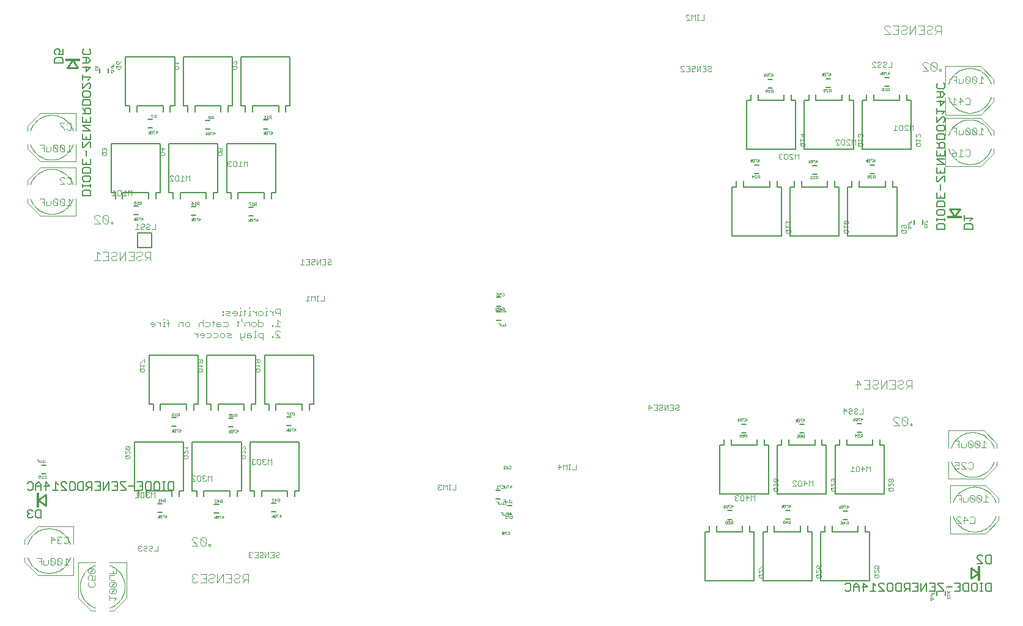
<source format=gbo>
G75*
G70*
%OFA0B0*%
%FSLAX24Y24*%
%IPPOS*%
%LPD*%
%AMOC8*
5,1,8,0,0,1.08239X$1,22.5*
%
%ADD10C,0.0030*%
%ADD11C,0.0050*%
%ADD12C,0.0060*%
%ADD13C,0.0010*%
%ADD14C,0.0040*%
%ADD15C,0.0100*%
%ADD16R,0.0827X0.0118*%
%ADD17R,0.0118X0.0827*%
D10*
X040790Y004142D02*
X040790Y004512D01*
X040543Y004512D01*
X040667Y004327D02*
X040790Y004327D01*
X040911Y004389D02*
X040911Y004142D01*
X041097Y004142D01*
X041158Y004204D01*
X041158Y004389D01*
X041280Y004450D02*
X041527Y004204D01*
X041465Y004142D01*
X041341Y004142D01*
X041280Y004204D01*
X041280Y004450D01*
X041341Y004512D01*
X041465Y004512D01*
X041527Y004450D01*
X041527Y004204D01*
X041648Y004204D02*
X041710Y004142D01*
X041833Y004142D01*
X041895Y004204D01*
X041648Y004450D01*
X041648Y004204D01*
X041648Y004450D02*
X041710Y004512D01*
X041833Y004512D01*
X041895Y004450D01*
X041895Y004204D01*
X042016Y004142D02*
X042263Y004142D01*
X042140Y004142D02*
X042140Y004512D01*
X042263Y004389D01*
X042201Y005313D02*
X042078Y005313D01*
X042016Y005375D01*
X041895Y005375D02*
X041833Y005313D01*
X041710Y005313D01*
X041648Y005375D01*
X041648Y005437D01*
X041710Y005498D01*
X041771Y005498D01*
X041710Y005498D02*
X041648Y005560D01*
X041648Y005622D01*
X041710Y005683D01*
X041833Y005683D01*
X041895Y005622D01*
X042016Y005622D02*
X042078Y005683D01*
X042201Y005683D01*
X042263Y005622D01*
X042263Y005375D01*
X042201Y005313D01*
X041527Y005498D02*
X041280Y005498D01*
X041341Y005313D02*
X041341Y005683D01*
X041527Y005498D01*
X043330Y003870D02*
X043330Y003747D01*
X043392Y003685D01*
X043639Y003932D01*
X043392Y003932D01*
X043330Y003870D01*
X043392Y003685D02*
X043639Y003685D01*
X043701Y003747D01*
X043701Y003870D01*
X043639Y003932D01*
X043701Y003564D02*
X043701Y003317D01*
X043515Y003317D01*
X043577Y003440D01*
X043577Y003502D01*
X043515Y003564D01*
X043392Y003564D01*
X043330Y003502D01*
X043330Y003378D01*
X043392Y003317D01*
X043392Y003195D02*
X043330Y003133D01*
X043330Y003010D01*
X043392Y002948D01*
X043639Y002948D01*
X043701Y003010D01*
X043701Y003133D01*
X043639Y003195D01*
X044501Y003133D02*
X044501Y003010D01*
X044563Y002948D01*
X044810Y003195D01*
X044563Y003195D01*
X044501Y003133D01*
X044563Y003317D02*
X044501Y003378D01*
X044501Y003564D01*
X044748Y003564D01*
X044687Y003685D02*
X044687Y003808D01*
X044872Y003685D02*
X044872Y003932D01*
X044872Y003685D02*
X044501Y003685D01*
X044563Y003317D02*
X044748Y003317D01*
X044810Y003195D02*
X044872Y003133D01*
X044872Y003010D01*
X044810Y002948D01*
X044563Y002948D01*
X044563Y002827D02*
X044501Y002765D01*
X044501Y002642D01*
X044563Y002580D01*
X044810Y002827D01*
X044563Y002827D01*
X044563Y002580D02*
X044810Y002580D01*
X044872Y002642D01*
X044872Y002765D01*
X044810Y002827D01*
X044501Y002459D02*
X044501Y002212D01*
X044501Y002335D02*
X044872Y002335D01*
X044748Y002212D01*
X046105Y004896D02*
X046202Y004896D01*
X046250Y004944D01*
X046351Y004944D02*
X046400Y004896D01*
X046496Y004896D01*
X046545Y004944D01*
X046646Y004944D02*
X046694Y004896D01*
X046791Y004896D01*
X046839Y004944D01*
X046791Y005041D02*
X046694Y005041D01*
X046646Y004993D01*
X046646Y004944D01*
X046791Y005041D02*
X046839Y005089D01*
X046839Y005138D01*
X046791Y005186D01*
X046694Y005186D01*
X046646Y005138D01*
X046545Y005138D02*
X046545Y005089D01*
X046496Y005041D01*
X046400Y005041D01*
X046351Y004993D01*
X046351Y004944D01*
X046351Y005138D02*
X046400Y005186D01*
X046496Y005186D01*
X046545Y005138D01*
X046250Y005138D02*
X046202Y005186D01*
X046105Y005186D01*
X046057Y005138D01*
X046057Y005089D01*
X046105Y005041D01*
X046057Y004993D01*
X046057Y004944D01*
X046105Y004896D01*
X046105Y005041D02*
X046153Y005041D01*
X046941Y004896D02*
X047134Y004896D01*
X047134Y005186D01*
X046967Y007809D02*
X046967Y008099D01*
X046870Y008003D01*
X046773Y008099D01*
X046773Y007809D01*
X046672Y007858D02*
X046624Y007809D01*
X046527Y007809D01*
X046479Y007858D01*
X046479Y007906D01*
X046527Y007954D01*
X046575Y007954D01*
X046527Y007954D02*
X046479Y008003D01*
X046479Y008051D01*
X046527Y008099D01*
X046624Y008099D01*
X046672Y008051D01*
X046377Y008051D02*
X046377Y007858D01*
X046329Y007809D01*
X046232Y007809D01*
X046184Y007858D01*
X046184Y008051D01*
X046232Y008099D01*
X046329Y008099D01*
X046377Y008051D01*
X046083Y008003D02*
X045986Y008099D01*
X045986Y007809D01*
X046083Y007809D02*
X045889Y007809D01*
X048980Y008715D02*
X049173Y008715D01*
X048980Y008908D01*
X048980Y008957D01*
X049028Y009005D01*
X049125Y009005D01*
X049173Y008957D01*
X049274Y008957D02*
X049323Y009005D01*
X049420Y009005D01*
X049468Y008957D01*
X049468Y008763D01*
X049420Y008715D01*
X049323Y008715D01*
X049274Y008763D01*
X049274Y008957D01*
X049569Y008957D02*
X049569Y008908D01*
X049617Y008860D01*
X049569Y008811D01*
X049569Y008763D01*
X049617Y008715D01*
X049714Y008715D01*
X049763Y008763D01*
X049864Y008715D02*
X049864Y009005D01*
X049960Y008908D01*
X050057Y009005D01*
X050057Y008715D01*
X049763Y008957D02*
X049714Y009005D01*
X049617Y009005D01*
X049569Y008957D01*
X049617Y008860D02*
X049666Y008860D01*
X048719Y009946D02*
X048759Y009986D01*
X048759Y010068D01*
X048719Y010109D01*
X048555Y010109D01*
X048514Y010068D01*
X048514Y009986D01*
X048555Y009946D01*
X048719Y009946D01*
X048596Y010027D02*
X048514Y010109D01*
X048514Y010199D02*
X048678Y010363D01*
X048719Y010363D01*
X048759Y010322D01*
X048759Y010240D01*
X048719Y010199D01*
X048514Y010199D02*
X048514Y010363D01*
X048514Y010453D02*
X048514Y010617D01*
X048514Y010535D02*
X048759Y010535D01*
X048678Y010453D01*
X051663Y010453D02*
X051827Y010617D01*
X051868Y010617D01*
X051909Y010576D01*
X051909Y010494D01*
X051868Y010453D01*
X051868Y010363D02*
X051909Y010322D01*
X051909Y010240D01*
X051868Y010199D01*
X051868Y010109D02*
X051704Y010109D01*
X051663Y010068D01*
X051663Y009986D01*
X051704Y009946D01*
X051868Y009946D01*
X051909Y009986D01*
X051909Y010068D01*
X051868Y010109D01*
X051745Y010027D02*
X051663Y010109D01*
X051663Y010199D02*
X051827Y010363D01*
X051868Y010363D01*
X051663Y010363D02*
X051663Y010199D01*
X051663Y010453D02*
X051663Y010617D01*
X052296Y009910D02*
X052248Y009862D01*
X052248Y009814D01*
X052296Y009765D01*
X052248Y009717D01*
X052248Y009669D01*
X052296Y009620D01*
X052393Y009620D01*
X052441Y009669D01*
X052542Y009669D02*
X052542Y009862D01*
X052591Y009910D01*
X052687Y009910D01*
X052736Y009862D01*
X052736Y009669D01*
X052687Y009620D01*
X052591Y009620D01*
X052542Y009669D01*
X052441Y009862D02*
X052393Y009910D01*
X052296Y009910D01*
X052296Y009765D02*
X052344Y009765D01*
X052837Y009717D02*
X052837Y009669D01*
X052885Y009620D01*
X052982Y009620D01*
X053030Y009669D01*
X053131Y009620D02*
X053131Y009910D01*
X053228Y009814D01*
X053325Y009910D01*
X053325Y009620D01*
X053030Y009862D02*
X052982Y009910D01*
X052885Y009910D01*
X052837Y009862D01*
X052837Y009814D01*
X052885Y009765D01*
X052837Y009717D01*
X052885Y009765D02*
X052934Y009765D01*
X045610Y009986D02*
X045610Y010068D01*
X045569Y010109D01*
X045405Y010109D01*
X045364Y010068D01*
X045364Y009986D01*
X045405Y009946D01*
X045569Y009946D01*
X045610Y009986D01*
X045446Y010027D02*
X045364Y010109D01*
X045364Y010199D02*
X045528Y010363D01*
X045569Y010363D01*
X045610Y010322D01*
X045610Y010240D01*
X045569Y010199D01*
X045364Y010199D02*
X045364Y010363D01*
X045405Y010453D02*
X045569Y010617D01*
X045405Y010617D01*
X045364Y010576D01*
X045364Y010494D01*
X045405Y010453D01*
X045569Y010453D01*
X045610Y010494D01*
X045610Y010576D01*
X045569Y010617D01*
X046192Y014670D02*
X046151Y014711D01*
X046151Y014793D01*
X046192Y014834D01*
X046356Y014834D01*
X046397Y014793D01*
X046397Y014711D01*
X046356Y014670D01*
X046192Y014670D01*
X046233Y014752D02*
X046151Y014834D01*
X046151Y014924D02*
X046151Y015088D01*
X046151Y015006D02*
X046397Y015006D01*
X046315Y014924D01*
X046397Y015177D02*
X046397Y015341D01*
X046356Y015341D01*
X046192Y015177D01*
X046151Y015177D01*
X049301Y015218D02*
X049342Y015177D01*
X049383Y015177D01*
X049424Y015218D01*
X049424Y015300D01*
X049383Y015341D01*
X049342Y015341D01*
X049301Y015300D01*
X049301Y015218D01*
X049424Y015218D02*
X049465Y015177D01*
X049506Y015177D01*
X049547Y015218D01*
X049547Y015300D01*
X049506Y015341D01*
X049465Y015341D01*
X049424Y015300D01*
X049301Y015088D02*
X049301Y014924D01*
X049301Y015006D02*
X049547Y015006D01*
X049465Y014924D01*
X049506Y014834D02*
X049342Y014834D01*
X049301Y014793D01*
X049301Y014711D01*
X049342Y014670D01*
X049506Y014670D01*
X049547Y014711D01*
X049547Y014793D01*
X049506Y014834D01*
X049383Y014752D02*
X049301Y014834D01*
X052451Y014834D02*
X052533Y014752D01*
X052492Y014834D02*
X052451Y014793D01*
X052451Y014711D01*
X052492Y014670D01*
X052656Y014670D01*
X052696Y014711D01*
X052696Y014793D01*
X052656Y014834D01*
X052492Y014834D01*
X052451Y014924D02*
X052451Y015088D01*
X052451Y015006D02*
X052696Y015006D01*
X052615Y014924D01*
X052615Y015177D02*
X052574Y015218D01*
X052574Y015341D01*
X052656Y015341D02*
X052696Y015300D01*
X052696Y015218D01*
X052656Y015177D01*
X052615Y015177D01*
X052492Y015177D02*
X052451Y015218D01*
X052451Y015300D01*
X052492Y015341D01*
X052656Y015341D01*
X052858Y016410D02*
X052858Y016780D01*
X052673Y016780D01*
X052611Y016719D01*
X052611Y016595D01*
X052673Y016534D01*
X052858Y016534D01*
X052490Y016534D02*
X052366Y016534D01*
X052428Y016534D02*
X052428Y016904D01*
X052490Y016904D01*
X052428Y017134D02*
X052490Y017195D01*
X052490Y017319D01*
X052428Y017380D01*
X052305Y017380D01*
X052243Y017319D01*
X052243Y017195D01*
X052305Y017134D01*
X052428Y017134D01*
X052611Y017134D02*
X052796Y017134D01*
X052858Y017195D01*
X052858Y017319D01*
X052796Y017380D01*
X052611Y017380D01*
X052611Y017504D02*
X052611Y017134D01*
X052122Y017134D02*
X052122Y017380D01*
X051936Y017380D01*
X051875Y017319D01*
X051875Y017134D01*
X051753Y017380D02*
X051692Y017442D01*
X051692Y017566D01*
X051692Y017734D02*
X051568Y017734D01*
X051630Y017734D02*
X051630Y017980D01*
X051692Y017980D01*
X051814Y017980D02*
X051937Y017980D01*
X051876Y018042D02*
X051876Y017795D01*
X051814Y017734D01*
X052059Y017734D02*
X052183Y017734D01*
X052121Y017734D02*
X052121Y017980D01*
X052183Y017980D01*
X052305Y017980D02*
X052366Y017980D01*
X052490Y017857D01*
X052490Y017734D02*
X052490Y017980D01*
X052611Y017919D02*
X052673Y017980D01*
X052796Y017980D01*
X052858Y017919D01*
X052858Y017795D01*
X052796Y017734D01*
X052673Y017734D01*
X052611Y017795D01*
X052611Y017919D01*
X052980Y017734D02*
X053104Y017734D01*
X053042Y017734D02*
X053042Y017980D01*
X053104Y017980D01*
X053225Y017980D02*
X053287Y017980D01*
X053411Y017857D01*
X053411Y017734D02*
X053411Y017980D01*
X053532Y017919D02*
X053594Y017857D01*
X053779Y017857D01*
X053779Y017734D02*
X053779Y018104D01*
X053594Y018104D01*
X053532Y018042D01*
X053532Y017919D01*
X053656Y017504D02*
X053656Y017134D01*
X053779Y017134D02*
X053532Y017134D01*
X053411Y017134D02*
X053349Y017134D01*
X053349Y017195D01*
X053411Y017195D01*
X053411Y017134D01*
X053594Y016904D02*
X053717Y016904D01*
X053779Y016842D01*
X053594Y016904D02*
X053532Y016842D01*
X053532Y016780D01*
X053779Y016534D01*
X053532Y016534D01*
X053411Y016534D02*
X053349Y016534D01*
X053349Y016595D01*
X053411Y016595D01*
X053411Y016534D01*
X052244Y016595D02*
X052183Y016657D01*
X051997Y016657D01*
X051997Y016719D02*
X051997Y016534D01*
X052183Y016534D01*
X052244Y016595D01*
X052183Y016780D02*
X052059Y016780D01*
X051997Y016719D01*
X051876Y016780D02*
X051876Y016595D01*
X051814Y016534D01*
X051629Y016534D01*
X051629Y016472D02*
X051691Y016410D01*
X051753Y016410D01*
X051629Y016472D02*
X051629Y016780D01*
X051446Y017134D02*
X051507Y017195D01*
X051507Y017442D01*
X051446Y017380D02*
X051569Y017380D01*
X051385Y017734D02*
X051446Y017795D01*
X051446Y017919D01*
X051385Y017980D01*
X051261Y017980D01*
X051199Y017919D01*
X051199Y017857D01*
X051446Y017857D01*
X051385Y017734D02*
X051261Y017734D01*
X051078Y017734D02*
X050893Y017734D01*
X050831Y017795D01*
X050893Y017857D01*
X051016Y017857D01*
X051078Y017919D01*
X051016Y017980D01*
X050831Y017980D01*
X050710Y017980D02*
X050710Y017919D01*
X050648Y017919D01*
X050648Y017980D01*
X050710Y017980D01*
X050710Y017795D02*
X050710Y017734D01*
X050648Y017734D01*
X050648Y017795D01*
X050710Y017795D01*
X050708Y017380D02*
X050894Y017380D01*
X050955Y017319D01*
X050955Y017195D01*
X050894Y017134D01*
X050708Y017134D01*
X050587Y017195D02*
X050525Y017257D01*
X050340Y017257D01*
X050340Y017319D02*
X050340Y017134D01*
X050525Y017134D01*
X050587Y017195D01*
X050525Y017380D02*
X050402Y017380D01*
X050340Y017319D01*
X050219Y017380D02*
X050095Y017380D01*
X050157Y017442D02*
X050157Y017195D01*
X050095Y017134D01*
X049973Y017195D02*
X049911Y017134D01*
X049726Y017134D01*
X049605Y017134D02*
X049605Y017504D01*
X049543Y017380D02*
X049420Y017380D01*
X049358Y017319D01*
X049358Y017134D01*
X049543Y017380D02*
X049605Y017319D01*
X049726Y017380D02*
X049911Y017380D01*
X049973Y017319D01*
X049973Y017195D01*
X049973Y016780D02*
X049788Y016780D01*
X049666Y016719D02*
X049604Y016780D01*
X049481Y016780D01*
X049419Y016719D01*
X049419Y016657D01*
X049666Y016657D01*
X049666Y016595D02*
X049666Y016719D01*
X049666Y016595D02*
X049604Y016534D01*
X049481Y016534D01*
X049298Y016534D02*
X049298Y016780D01*
X049298Y016657D02*
X049174Y016780D01*
X049113Y016780D01*
X048806Y017134D02*
X048868Y017195D01*
X048868Y017319D01*
X048806Y017380D01*
X048683Y017380D01*
X048621Y017319D01*
X048621Y017195D01*
X048683Y017134D01*
X048806Y017134D01*
X048500Y017134D02*
X048500Y017380D01*
X048315Y017380D01*
X048253Y017319D01*
X048253Y017134D01*
X047763Y017319D02*
X047640Y017319D01*
X047518Y017380D02*
X047456Y017380D01*
X047456Y017134D01*
X047518Y017134D02*
X047394Y017134D01*
X047272Y017134D02*
X047272Y017380D01*
X047272Y017257D02*
X047149Y017380D01*
X047087Y017380D01*
X046965Y017319D02*
X046903Y017380D01*
X046780Y017380D01*
X046718Y017319D01*
X046718Y017257D01*
X046965Y017257D01*
X046965Y017195D02*
X046965Y017319D01*
X046965Y017195D02*
X046903Y017134D01*
X046780Y017134D01*
X047456Y017504D02*
X047456Y017566D01*
X047640Y017504D02*
X047701Y017442D01*
X047701Y017134D01*
X049788Y016534D02*
X049973Y016534D01*
X050034Y016595D01*
X050034Y016719D01*
X049973Y016780D01*
X050156Y016780D02*
X050341Y016780D01*
X050403Y016719D01*
X050403Y016595D01*
X050341Y016534D01*
X050156Y016534D01*
X050524Y016595D02*
X050524Y016719D01*
X050586Y016780D01*
X050709Y016780D01*
X050771Y016719D01*
X050771Y016595D01*
X050709Y016534D01*
X050586Y016534D01*
X050524Y016595D01*
X050892Y016595D02*
X050954Y016657D01*
X051078Y016657D01*
X051139Y016719D01*
X051078Y016780D01*
X050892Y016780D01*
X050892Y016595D02*
X050954Y016534D01*
X051139Y016534D01*
X053656Y017504D02*
X053779Y017380D01*
X053042Y018104D02*
X053042Y018166D01*
X052121Y018166D02*
X052121Y018104D01*
X051630Y018104D02*
X051630Y018166D01*
X055200Y018528D02*
X055394Y018528D01*
X055297Y018528D02*
X055297Y018818D01*
X055394Y018721D01*
X055495Y018818D02*
X055495Y018528D01*
X055688Y018528D02*
X055688Y018818D01*
X055592Y018721D01*
X055495Y018818D01*
X055788Y018818D02*
X055885Y018818D01*
X055836Y018818D02*
X055836Y018528D01*
X055788Y018528D02*
X055885Y018528D01*
X055986Y018528D02*
X056179Y018528D01*
X056179Y018818D01*
X056278Y020516D02*
X056084Y020516D01*
X055983Y020516D02*
X055983Y020806D01*
X055790Y020516D01*
X055790Y020806D01*
X055688Y020758D02*
X055688Y020709D01*
X055640Y020661D01*
X055543Y020661D01*
X055495Y020613D01*
X055495Y020564D01*
X055543Y020516D01*
X055640Y020516D01*
X055688Y020564D01*
X055688Y020758D02*
X055640Y020806D01*
X055543Y020806D01*
X055495Y020758D01*
X055394Y020806D02*
X055394Y020516D01*
X055200Y020516D01*
X055099Y020516D02*
X054906Y020516D01*
X055002Y020516D02*
X055002Y020806D01*
X055099Y020709D01*
X055200Y020806D02*
X055394Y020806D01*
X055394Y020661D02*
X055297Y020661D01*
X056084Y020806D02*
X056278Y020806D01*
X056278Y020516D01*
X056379Y020564D02*
X056427Y020516D01*
X056524Y020516D01*
X056572Y020564D01*
X056524Y020661D02*
X056427Y020661D01*
X056379Y020613D01*
X056379Y020564D01*
X056278Y020661D02*
X056181Y020661D01*
X056379Y020758D02*
X056427Y020806D01*
X056524Y020806D01*
X056572Y020758D01*
X056572Y020709D01*
X056524Y020661D01*
X046986Y022439D02*
X046793Y022439D01*
X046692Y022487D02*
X046643Y022439D01*
X046547Y022439D01*
X046498Y022487D01*
X046498Y022536D01*
X046547Y022584D01*
X046643Y022584D01*
X046692Y022633D01*
X046692Y022681D01*
X046643Y022729D01*
X046547Y022729D01*
X046498Y022681D01*
X046397Y022681D02*
X046397Y022633D01*
X046349Y022584D01*
X046252Y022584D01*
X046204Y022536D01*
X046204Y022487D01*
X046252Y022439D01*
X046349Y022439D01*
X046397Y022487D01*
X046397Y022681D02*
X046349Y022729D01*
X046252Y022729D01*
X046204Y022681D01*
X046102Y022633D02*
X046006Y022729D01*
X046006Y022439D01*
X046102Y022439D02*
X045909Y022439D01*
X046986Y022439D02*
X046986Y022729D01*
X045707Y024286D02*
X045707Y024576D01*
X045610Y024479D01*
X045513Y024576D01*
X045513Y024286D01*
X045412Y024286D02*
X045219Y024286D01*
X045315Y024286D02*
X045315Y024576D01*
X045412Y024479D01*
X045118Y024527D02*
X045118Y024334D01*
X045069Y024286D01*
X044972Y024286D01*
X044924Y024334D01*
X044924Y024527D01*
X044972Y024576D01*
X045069Y024576D01*
X045118Y024527D01*
X044823Y024479D02*
X044726Y024576D01*
X044726Y024286D01*
X044823Y024286D02*
X044629Y024286D01*
X042411Y023975D02*
X042287Y024099D01*
X042287Y023728D01*
X042164Y023728D02*
X042411Y023728D01*
X042043Y023790D02*
X041796Y024037D01*
X041796Y023790D01*
X041857Y023728D01*
X041981Y023728D01*
X042043Y023790D01*
X042043Y024037D01*
X041981Y024099D01*
X041857Y024099D01*
X041796Y024037D01*
X041674Y024037D02*
X041613Y024099D01*
X041489Y024099D01*
X041427Y024037D01*
X041674Y023790D01*
X041613Y023728D01*
X041489Y023728D01*
X041427Y023790D01*
X041427Y024037D01*
X041306Y023975D02*
X041306Y023790D01*
X041244Y023728D01*
X041059Y023728D01*
X041059Y023975D01*
X040938Y023914D02*
X040814Y023914D01*
X040938Y024099D02*
X040691Y024099D01*
X040938Y024099D02*
X040938Y023728D01*
X041674Y023790D02*
X041674Y024037D01*
X041796Y024900D02*
X042043Y024900D01*
X041796Y025147D01*
X041796Y025208D01*
X041857Y025270D01*
X041981Y025270D01*
X042043Y025208D01*
X042164Y025208D02*
X042226Y025270D01*
X042349Y025270D01*
X042411Y025208D01*
X042411Y024961D01*
X042349Y024900D01*
X042226Y024900D01*
X042164Y024961D01*
X044085Y026500D02*
X044126Y026459D01*
X044289Y026459D01*
X044330Y026500D01*
X044330Y026582D01*
X044289Y026623D01*
X044126Y026623D01*
X044085Y026582D01*
X044085Y026500D01*
X044166Y026541D02*
X044085Y026623D01*
X044126Y026713D02*
X044085Y026754D01*
X044085Y026836D01*
X044126Y026877D01*
X044166Y026877D01*
X044207Y026836D01*
X044207Y026795D01*
X044207Y026836D02*
X044248Y026877D01*
X044289Y026877D01*
X044330Y026836D01*
X044330Y026754D01*
X044289Y026713D01*
X042411Y026681D02*
X042164Y026681D01*
X042287Y026681D02*
X042287Y027052D01*
X042411Y026928D01*
X042043Y026990D02*
X041981Y027052D01*
X041857Y027052D01*
X041796Y026990D01*
X042043Y026743D01*
X041981Y026681D01*
X041857Y026681D01*
X041796Y026743D01*
X041796Y026990D01*
X041674Y026990D02*
X041613Y027052D01*
X041489Y027052D01*
X041427Y026990D01*
X041674Y026743D01*
X041613Y026681D01*
X041489Y026681D01*
X041427Y026743D01*
X041427Y026990D01*
X041306Y026928D02*
X041306Y026743D01*
X041244Y026681D01*
X041059Y026681D01*
X041059Y026928D01*
X040938Y026866D02*
X040814Y026866D01*
X040938Y026681D02*
X040938Y027052D01*
X040691Y027052D01*
X041674Y026990D02*
X041674Y026743D01*
X042043Y026743D02*
X042043Y026990D01*
X042043Y027852D02*
X042043Y027914D01*
X041796Y028161D01*
X041796Y028223D01*
X042043Y028223D01*
X042164Y028161D02*
X042226Y028223D01*
X042349Y028223D01*
X042411Y028161D01*
X042411Y027914D01*
X042349Y027852D01*
X042226Y027852D01*
X042164Y027914D01*
X047234Y026836D02*
X047480Y026836D01*
X047357Y026713D01*
X047357Y026877D01*
X047275Y026623D02*
X047234Y026582D01*
X047234Y026500D01*
X047275Y026459D01*
X047439Y026459D01*
X047480Y026500D01*
X047480Y026582D01*
X047439Y026623D01*
X047275Y026623D01*
X047234Y026623D02*
X047316Y026541D01*
X047827Y025363D02*
X047924Y025363D01*
X047973Y025315D01*
X048074Y025315D02*
X048122Y025363D01*
X048219Y025363D01*
X048267Y025315D01*
X048267Y025121D01*
X048219Y025073D01*
X048122Y025073D01*
X048074Y025121D01*
X048074Y025315D01*
X047827Y025363D02*
X047779Y025315D01*
X047779Y025266D01*
X047973Y025073D01*
X047779Y025073D01*
X048368Y025073D02*
X048562Y025073D01*
X048465Y025073D02*
X048465Y025363D01*
X048562Y025266D01*
X048663Y025363D02*
X048663Y025073D01*
X048856Y025073D02*
X048856Y025363D01*
X048760Y025266D01*
X048663Y025363D01*
X050384Y026500D02*
X050425Y026459D01*
X050589Y026459D01*
X050630Y026500D01*
X050630Y026582D01*
X050589Y026623D01*
X050425Y026623D01*
X050384Y026582D01*
X050384Y026500D01*
X050466Y026541D02*
X050384Y026623D01*
X050425Y026713D02*
X050384Y026754D01*
X050384Y026836D01*
X050425Y026877D01*
X050507Y026877D01*
X050548Y026836D01*
X050548Y026795D01*
X050507Y026713D01*
X050630Y026713D01*
X050630Y026877D01*
X050977Y026151D02*
X050929Y026102D01*
X050929Y026054D01*
X050977Y026005D01*
X050929Y025957D01*
X050929Y025909D01*
X050977Y025860D01*
X051074Y025860D01*
X051122Y025909D01*
X051223Y025909D02*
X051223Y026102D01*
X051272Y026151D01*
X051368Y026151D01*
X051417Y026102D01*
X051417Y025909D01*
X051368Y025860D01*
X051272Y025860D01*
X051223Y025909D01*
X051122Y026102D02*
X051074Y026151D01*
X050977Y026151D01*
X050977Y026005D02*
X051025Y026005D01*
X051518Y025860D02*
X051711Y025860D01*
X051615Y025860D02*
X051615Y026151D01*
X051711Y026054D01*
X051813Y026151D02*
X051813Y025860D01*
X052006Y025860D02*
X052006Y026151D01*
X051909Y026054D01*
X051813Y026151D01*
X051376Y031184D02*
X051417Y031225D01*
X051417Y031306D01*
X051376Y031347D01*
X051212Y031347D01*
X051171Y031306D01*
X051171Y031225D01*
X051212Y031184D01*
X051376Y031184D01*
X051253Y031265D02*
X051171Y031347D01*
X051171Y031437D02*
X051335Y031601D01*
X051376Y031601D01*
X051417Y031560D01*
X051417Y031478D01*
X051376Y031437D01*
X051171Y031437D02*
X051171Y031601D01*
X048267Y031519D02*
X048022Y031519D01*
X048022Y031437D02*
X048022Y031601D01*
X048185Y031437D02*
X048267Y031519D01*
X048226Y031347D02*
X048063Y031347D01*
X048022Y031306D01*
X048022Y031225D01*
X048063Y031184D01*
X048226Y031184D01*
X048267Y031225D01*
X048267Y031306D01*
X048226Y031347D01*
X048103Y031265D02*
X048022Y031347D01*
X045118Y031306D02*
X045077Y031347D01*
X044913Y031347D01*
X044872Y031306D01*
X044872Y031225D01*
X044913Y031184D01*
X045077Y031184D01*
X045118Y031225D01*
X045118Y031306D01*
X044954Y031265D02*
X044872Y031347D01*
X044913Y031437D02*
X044872Y031478D01*
X044872Y031560D01*
X044913Y031601D01*
X044954Y031601D01*
X044995Y031560D01*
X044995Y031437D01*
X044913Y031437D01*
X044995Y031437D02*
X045077Y031519D01*
X045118Y031601D01*
X075634Y031289D02*
X075682Y031338D01*
X075779Y031338D01*
X075827Y031289D01*
X075929Y031338D02*
X076122Y031338D01*
X076122Y031047D01*
X075929Y031047D01*
X075827Y031047D02*
X075634Y031241D01*
X075634Y031289D01*
X075634Y031047D02*
X075827Y031047D01*
X076025Y031192D02*
X076122Y031192D01*
X076223Y031144D02*
X076223Y031096D01*
X076272Y031047D01*
X076368Y031047D01*
X076417Y031096D01*
X076368Y031192D02*
X076272Y031192D01*
X076223Y031144D01*
X076223Y031289D02*
X076272Y031338D01*
X076368Y031338D01*
X076417Y031289D01*
X076417Y031241D01*
X076368Y031192D01*
X076518Y031047D02*
X076518Y031338D01*
X076711Y031338D02*
X076518Y031047D01*
X076711Y031047D02*
X076711Y031338D01*
X076813Y031338D02*
X077006Y031338D01*
X077006Y031047D01*
X076813Y031047D01*
X076909Y031192D02*
X077006Y031192D01*
X077107Y031144D02*
X077107Y031096D01*
X077156Y031047D01*
X077252Y031047D01*
X077301Y031096D01*
X077252Y031192D02*
X077156Y031192D01*
X077107Y031144D01*
X077107Y031289D02*
X077156Y031338D01*
X077252Y031338D01*
X077301Y031289D01*
X077301Y031241D01*
X077252Y031192D01*
X076908Y033833D02*
X076714Y033833D01*
X076613Y033833D02*
X076516Y033833D01*
X076565Y033833D02*
X076565Y034123D01*
X076613Y034123D02*
X076516Y034123D01*
X076417Y034123D02*
X076320Y034026D01*
X076223Y034123D01*
X076223Y033833D01*
X076122Y033833D02*
X075929Y034026D01*
X075929Y034075D01*
X075977Y034123D01*
X076074Y034123D01*
X076122Y034075D01*
X076122Y033833D02*
X075929Y033833D01*
X076417Y033833D02*
X076417Y034123D01*
X076908Y034123D02*
X076908Y033833D01*
X086066Y031516D02*
X086115Y031564D01*
X086212Y031564D01*
X086260Y031516D01*
X086361Y031516D02*
X086409Y031564D01*
X086506Y031564D01*
X086555Y031516D01*
X086555Y031467D01*
X086506Y031419D01*
X086409Y031419D01*
X086361Y031370D01*
X086361Y031322D01*
X086409Y031274D01*
X086506Y031274D01*
X086555Y031322D01*
X086656Y031322D02*
X086704Y031274D01*
X086801Y031274D01*
X086849Y031322D01*
X086801Y031419D02*
X086704Y031419D01*
X086656Y031370D01*
X086656Y031322D01*
X086801Y031419D02*
X086849Y031467D01*
X086849Y031516D01*
X086801Y031564D01*
X086704Y031564D01*
X086656Y031516D01*
X086950Y031274D02*
X087144Y031274D01*
X087144Y031564D01*
X086260Y031274D02*
X086066Y031467D01*
X086066Y031516D01*
X086066Y031274D02*
X086260Y031274D01*
X090416Y030766D02*
X090663Y030766D01*
X090663Y030395D01*
X090784Y030395D02*
X090784Y030642D01*
X090663Y030581D02*
X090540Y030581D01*
X090784Y030395D02*
X090970Y030395D01*
X091031Y030457D01*
X091031Y030642D01*
X091153Y030704D02*
X091400Y030457D01*
X091338Y030395D01*
X091214Y030395D01*
X091153Y030457D01*
X091153Y030704D01*
X091214Y030766D01*
X091338Y030766D01*
X091400Y030704D01*
X091400Y030457D01*
X091521Y030457D02*
X091521Y030704D01*
X091768Y030457D01*
X091706Y030395D01*
X091583Y030395D01*
X091521Y030457D01*
X091768Y030457D02*
X091768Y030704D01*
X091706Y030766D01*
X091583Y030766D01*
X091521Y030704D01*
X091889Y030395D02*
X092136Y030395D01*
X092013Y030395D02*
X092013Y030766D01*
X092136Y030642D01*
X091338Y029594D02*
X091400Y029533D01*
X091400Y029286D01*
X091338Y029224D01*
X091214Y029224D01*
X091153Y029286D01*
X091031Y029409D02*
X090784Y029409D01*
X090663Y029471D02*
X090540Y029594D01*
X090540Y029224D01*
X090663Y029224D02*
X090416Y029224D01*
X090846Y029224D02*
X090846Y029594D01*
X091031Y029409D01*
X091153Y029533D02*
X091214Y029594D01*
X091338Y029594D01*
X091338Y027961D02*
X091214Y027961D01*
X091153Y027899D01*
X091400Y027652D01*
X091338Y027590D01*
X091214Y027590D01*
X091153Y027652D01*
X091153Y027899D01*
X091031Y027837D02*
X091031Y027652D01*
X090970Y027590D01*
X090784Y027590D01*
X090784Y027837D01*
X090663Y027775D02*
X090540Y027775D01*
X090663Y027590D02*
X090663Y027961D01*
X090416Y027961D01*
X091338Y027961D02*
X091400Y027899D01*
X091400Y027652D01*
X091521Y027652D02*
X091521Y027899D01*
X091768Y027652D01*
X091706Y027590D01*
X091583Y027590D01*
X091521Y027652D01*
X091521Y027899D02*
X091583Y027961D01*
X091706Y027961D01*
X091768Y027899D01*
X091768Y027652D01*
X091889Y027590D02*
X092136Y027590D01*
X092013Y027590D02*
X092013Y027961D01*
X092136Y027837D01*
X091338Y026789D02*
X091400Y026728D01*
X091400Y026481D01*
X091338Y026419D01*
X091214Y026419D01*
X091153Y026481D01*
X091031Y026419D02*
X090784Y026419D01*
X090908Y026419D02*
X090908Y026789D01*
X091031Y026666D01*
X091153Y026728D02*
X091214Y026789D01*
X091338Y026789D01*
X090663Y026604D02*
X090540Y026728D01*
X090416Y026789D01*
X090478Y026604D02*
X090663Y026604D01*
X090663Y026481D01*
X090601Y026419D01*
X090478Y026419D01*
X090416Y026481D01*
X090416Y026542D01*
X090478Y026604D01*
X088700Y027008D02*
X088700Y027090D01*
X088659Y027131D01*
X088496Y027131D01*
X088455Y027090D01*
X088455Y027008D01*
X088496Y026967D01*
X088659Y026967D01*
X088700Y027008D01*
X088537Y027049D02*
X088455Y027131D01*
X088455Y027220D02*
X088455Y027384D01*
X088455Y027302D02*
X088700Y027302D01*
X088618Y027220D01*
X088659Y027474D02*
X088700Y027515D01*
X088700Y027597D01*
X088659Y027638D01*
X088618Y027638D01*
X088455Y027474D01*
X088455Y027638D01*
X088308Y027829D02*
X088308Y028119D01*
X088211Y028022D01*
X088114Y028119D01*
X088114Y027829D01*
X088013Y027829D02*
X087819Y028022D01*
X087819Y028071D01*
X087868Y028119D01*
X087965Y028119D01*
X088013Y028071D01*
X088013Y027829D02*
X087819Y027829D01*
X087718Y027877D02*
X087670Y027829D01*
X087573Y027829D01*
X087525Y027877D01*
X087525Y028071D01*
X087573Y028119D01*
X087670Y028119D01*
X087718Y028071D01*
X087718Y027877D01*
X087424Y027829D02*
X087230Y027829D01*
X087327Y027829D02*
X087327Y028119D01*
X087424Y028022D01*
X085551Y027597D02*
X085510Y027638D01*
X085469Y027638D01*
X085428Y027597D01*
X085387Y027638D01*
X085346Y027638D01*
X085305Y027597D01*
X085305Y027515D01*
X085346Y027474D01*
X085305Y027384D02*
X085305Y027220D01*
X085305Y027302D02*
X085551Y027302D01*
X085469Y027220D01*
X085510Y027131D02*
X085346Y027131D01*
X085305Y027090D01*
X085305Y027008D01*
X085346Y026967D01*
X085510Y026967D01*
X085551Y027008D01*
X085551Y027090D01*
X085510Y027131D01*
X085387Y027049D02*
X085305Y027131D01*
X085158Y027041D02*
X085158Y027332D01*
X085061Y027235D01*
X084964Y027332D01*
X084964Y027041D01*
X084863Y027041D02*
X084669Y027235D01*
X084669Y027283D01*
X084718Y027332D01*
X084815Y027332D01*
X084863Y027283D01*
X084863Y027041D02*
X084669Y027041D01*
X084568Y027090D02*
X084520Y027041D01*
X084423Y027041D01*
X084375Y027090D01*
X084375Y027283D01*
X084423Y027332D01*
X084520Y027332D01*
X084568Y027283D01*
X084568Y027090D01*
X084274Y027041D02*
X084080Y027235D01*
X084080Y027283D01*
X084129Y027332D01*
X084225Y027332D01*
X084274Y027283D01*
X084274Y027041D02*
X084080Y027041D01*
X085428Y027556D02*
X085428Y027597D01*
X085551Y027597D02*
X085551Y027515D01*
X085510Y027474D01*
X082401Y027597D02*
X082278Y027474D01*
X082278Y027638D01*
X082155Y027597D02*
X082401Y027597D01*
X082401Y027302D02*
X082155Y027302D01*
X082155Y027220D02*
X082155Y027384D01*
X082319Y027220D02*
X082401Y027302D01*
X082360Y027131D02*
X082196Y027131D01*
X082155Y027090D01*
X082155Y027008D01*
X082196Y026967D01*
X082360Y026967D01*
X082401Y027008D01*
X082401Y027090D01*
X082360Y027131D01*
X082237Y027049D02*
X082155Y027131D01*
X082058Y026544D02*
X081961Y026448D01*
X081864Y026544D01*
X081864Y026254D01*
X081763Y026254D02*
X081569Y026448D01*
X081569Y026496D01*
X081618Y026544D01*
X081715Y026544D01*
X081763Y026496D01*
X081763Y026254D02*
X081569Y026254D01*
X081468Y026302D02*
X081420Y026254D01*
X081323Y026254D01*
X081275Y026302D01*
X081275Y026496D01*
X081323Y026544D01*
X081420Y026544D01*
X081468Y026496D01*
X081468Y026302D01*
X081174Y026302D02*
X081125Y026254D01*
X081029Y026254D01*
X080980Y026302D01*
X080980Y026351D01*
X081029Y026399D01*
X081077Y026399D01*
X081029Y026399D02*
X080980Y026448D01*
X080980Y026496D01*
X081029Y026544D01*
X081125Y026544D01*
X081174Y026496D01*
X082058Y026544D02*
X082058Y026254D01*
X081368Y022914D02*
X081368Y022750D01*
X081368Y022832D02*
X081614Y022832D01*
X081532Y022750D01*
X081368Y022660D02*
X081368Y022496D01*
X081368Y022578D02*
X081614Y022578D01*
X081532Y022496D01*
X081573Y022406D02*
X081409Y022406D01*
X081368Y022365D01*
X081368Y022283D01*
X081409Y022242D01*
X081573Y022242D01*
X081614Y022283D01*
X081614Y022365D01*
X081573Y022406D01*
X081450Y022324D02*
X081368Y022406D01*
X084518Y022406D02*
X084600Y022324D01*
X084518Y022283D02*
X084559Y022242D01*
X084722Y022242D01*
X084763Y022283D01*
X084763Y022365D01*
X084722Y022406D01*
X084559Y022406D01*
X084518Y022365D01*
X084518Y022283D01*
X084518Y022496D02*
X084518Y022660D01*
X084518Y022578D02*
X084763Y022578D01*
X084681Y022496D01*
X084722Y022750D02*
X084763Y022791D01*
X084763Y022873D01*
X084722Y022914D01*
X084559Y022750D01*
X084518Y022791D01*
X084518Y022873D01*
X084559Y022914D01*
X084722Y022914D01*
X084722Y022750D02*
X084559Y022750D01*
X087667Y022619D02*
X087708Y022660D01*
X087872Y022660D01*
X087913Y022619D01*
X087913Y022537D01*
X087872Y022496D01*
X087831Y022496D01*
X087790Y022537D01*
X087790Y022660D01*
X087667Y022619D02*
X087667Y022537D01*
X087708Y022496D01*
X087708Y022406D02*
X087667Y022365D01*
X087667Y022283D01*
X087708Y022242D01*
X087872Y022242D01*
X087913Y022283D01*
X087913Y022365D01*
X087872Y022406D01*
X087708Y022406D01*
X087667Y022406D02*
X087749Y022324D01*
X075529Y012815D02*
X075529Y012766D01*
X075481Y012718D01*
X075384Y012718D01*
X075336Y012670D01*
X075336Y012621D01*
X075384Y012573D01*
X075481Y012573D01*
X075529Y012621D01*
X075529Y012815D02*
X075481Y012863D01*
X075384Y012863D01*
X075336Y012815D01*
X075234Y012863D02*
X075234Y012573D01*
X075041Y012573D01*
X074940Y012573D02*
X074940Y012863D01*
X074746Y012573D01*
X074746Y012863D01*
X074645Y012815D02*
X074645Y012766D01*
X074597Y012718D01*
X074500Y012718D01*
X074452Y012670D01*
X074452Y012621D01*
X074500Y012573D01*
X074597Y012573D01*
X074645Y012621D01*
X074645Y012815D02*
X074597Y012863D01*
X074500Y012863D01*
X074452Y012815D01*
X074350Y012863D02*
X074350Y012573D01*
X074157Y012573D01*
X074254Y012718D02*
X074350Y012718D01*
X074350Y012863D02*
X074157Y012863D01*
X074056Y012718D02*
X073862Y012718D01*
X073911Y012573D02*
X073911Y012863D01*
X074056Y012718D01*
X075041Y012863D02*
X075234Y012863D01*
X075234Y012718D02*
X075138Y012718D01*
X069920Y009615D02*
X069920Y009325D01*
X069726Y009325D01*
X069625Y009325D02*
X069528Y009325D01*
X069577Y009325D02*
X069577Y009615D01*
X069625Y009615D02*
X069528Y009615D01*
X069428Y009615D02*
X069332Y009518D01*
X069235Y009615D01*
X069235Y009325D01*
X069134Y009470D02*
X068940Y009470D01*
X068989Y009325D02*
X068989Y009615D01*
X069134Y009470D01*
X069428Y009325D02*
X069428Y009615D01*
X063374Y008513D02*
X063374Y008223D01*
X063181Y008223D01*
X063080Y008223D02*
X062983Y008223D01*
X063031Y008223D02*
X063031Y008513D01*
X062983Y008513D02*
X063080Y008513D01*
X062883Y008513D02*
X062786Y008416D01*
X062690Y008513D01*
X062690Y008223D01*
X062589Y008271D02*
X062540Y008223D01*
X062443Y008223D01*
X062395Y008271D01*
X062395Y008319D01*
X062443Y008368D01*
X062492Y008368D01*
X062443Y008368D02*
X062395Y008416D01*
X062395Y008464D01*
X062443Y008513D01*
X062540Y008513D01*
X062589Y008464D01*
X062883Y008513D02*
X062883Y008223D01*
X053757Y004783D02*
X053757Y004735D01*
X053709Y004687D01*
X053612Y004687D01*
X053564Y004638D01*
X053564Y004590D01*
X053612Y004541D01*
X053709Y004541D01*
X053757Y004590D01*
X053757Y004783D02*
X053709Y004832D01*
X053612Y004832D01*
X053564Y004783D01*
X053463Y004832D02*
X053463Y004541D01*
X053269Y004541D01*
X053168Y004541D02*
X053168Y004832D01*
X052975Y004541D01*
X052975Y004832D01*
X052873Y004783D02*
X052873Y004735D01*
X052825Y004687D01*
X052728Y004687D01*
X052680Y004638D01*
X052680Y004590D01*
X052728Y004541D01*
X052825Y004541D01*
X052873Y004590D01*
X052873Y004783D02*
X052825Y004832D01*
X052728Y004832D01*
X052680Y004783D01*
X052579Y004832D02*
X052579Y004541D01*
X052385Y004541D01*
X052284Y004590D02*
X052236Y004541D01*
X052139Y004541D01*
X052091Y004590D01*
X052091Y004638D01*
X052139Y004687D01*
X052187Y004687D01*
X052139Y004687D02*
X052091Y004735D01*
X052091Y004783D01*
X052139Y004832D01*
X052236Y004832D01*
X052284Y004783D01*
X052385Y004832D02*
X052579Y004832D01*
X052579Y004687D02*
X052482Y004687D01*
X053269Y004832D02*
X053463Y004832D01*
X053463Y004687D02*
X053366Y004687D01*
X078586Y007700D02*
X078634Y007652D01*
X078731Y007652D01*
X078780Y007700D01*
X078881Y007700D02*
X078881Y007894D01*
X078929Y007942D01*
X079026Y007942D01*
X079074Y007894D01*
X079074Y007700D01*
X079026Y007652D01*
X078929Y007652D01*
X078881Y007700D01*
X078780Y007894D02*
X078731Y007942D01*
X078634Y007942D01*
X078586Y007894D01*
X078586Y007845D01*
X078634Y007797D01*
X078586Y007748D01*
X078586Y007700D01*
X078634Y007797D02*
X078683Y007797D01*
X079175Y007797D02*
X079369Y007797D01*
X079224Y007942D01*
X079224Y007652D01*
X079470Y007652D02*
X079470Y007942D01*
X079567Y007845D01*
X079664Y007942D01*
X079664Y007652D01*
X080679Y008208D02*
X080720Y008167D01*
X080884Y008167D01*
X080925Y008208D01*
X080925Y008290D01*
X080884Y008331D01*
X080720Y008331D01*
X080679Y008290D01*
X080679Y008208D01*
X080761Y008249D02*
X080679Y008331D01*
X080720Y008421D02*
X080679Y008462D01*
X080679Y008544D01*
X080720Y008585D01*
X080761Y008585D01*
X080802Y008544D01*
X080802Y008503D01*
X080802Y008544D02*
X080843Y008585D01*
X080884Y008585D01*
X080925Y008544D01*
X080925Y008462D01*
X080884Y008421D01*
X080884Y008675D02*
X080925Y008716D01*
X080925Y008798D01*
X080884Y008839D01*
X080720Y008675D01*
X080679Y008716D01*
X080679Y008798D01*
X080720Y008839D01*
X080884Y008839D01*
X080884Y008675D02*
X080720Y008675D01*
X081736Y008681D02*
X081784Y008729D01*
X081881Y008729D01*
X081929Y008681D01*
X082030Y008681D02*
X082079Y008729D01*
X082175Y008729D01*
X082224Y008681D01*
X082224Y008487D01*
X082175Y008439D01*
X082079Y008439D01*
X082030Y008487D01*
X082030Y008681D01*
X081929Y008439D02*
X081736Y008633D01*
X081736Y008681D01*
X081736Y008439D02*
X081929Y008439D01*
X082325Y008584D02*
X082518Y008584D01*
X082373Y008729D01*
X082373Y008439D01*
X082620Y008439D02*
X082620Y008729D01*
X082716Y008633D01*
X082813Y008729D01*
X082813Y008439D01*
X083829Y008421D02*
X083993Y008585D01*
X084033Y008585D01*
X084074Y008544D01*
X084074Y008462D01*
X084033Y008421D01*
X084033Y008331D02*
X083870Y008331D01*
X083829Y008290D01*
X083829Y008208D01*
X083870Y008167D01*
X084033Y008167D01*
X084074Y008208D01*
X084074Y008290D01*
X084033Y008331D01*
X083911Y008249D02*
X083829Y008331D01*
X083829Y008421D02*
X083829Y008585D01*
X083870Y008675D02*
X083829Y008716D01*
X083829Y008798D01*
X083870Y008839D01*
X084033Y008839D01*
X084074Y008798D01*
X084074Y008716D01*
X084033Y008675D01*
X083993Y008675D01*
X083952Y008716D01*
X083952Y008839D01*
X084885Y009226D02*
X085079Y009226D01*
X084982Y009226D02*
X084982Y009517D01*
X085079Y009420D01*
X085180Y009468D02*
X085228Y009517D01*
X085325Y009517D01*
X085373Y009468D01*
X085373Y009275D01*
X085325Y009226D01*
X085228Y009226D01*
X085180Y009275D01*
X085180Y009468D01*
X085475Y009372D02*
X085668Y009372D01*
X085523Y009517D01*
X085523Y009226D01*
X085769Y009226D02*
X085769Y009517D01*
X085866Y009420D01*
X085963Y009517D01*
X085963Y009226D01*
X086978Y008798D02*
X086978Y008716D01*
X087019Y008675D01*
X087060Y008675D01*
X087101Y008716D01*
X087101Y008798D01*
X087060Y008839D01*
X087019Y008839D01*
X086978Y008798D01*
X087101Y008798D02*
X087142Y008839D01*
X087183Y008839D01*
X087224Y008798D01*
X087224Y008716D01*
X087183Y008675D01*
X087142Y008675D01*
X087101Y008716D01*
X087142Y008585D02*
X087183Y008585D01*
X087224Y008544D01*
X087224Y008462D01*
X087183Y008421D01*
X087183Y008331D02*
X087019Y008331D01*
X086978Y008290D01*
X086978Y008208D01*
X087019Y008167D01*
X087183Y008167D01*
X087224Y008208D01*
X087224Y008290D01*
X087183Y008331D01*
X087060Y008249D02*
X086978Y008331D01*
X086978Y008421D02*
X087142Y008585D01*
X086978Y008585D02*
X086978Y008421D01*
X090564Y009424D02*
X090626Y009362D01*
X090749Y009362D01*
X090811Y009424D01*
X090811Y009547D02*
X090687Y009609D01*
X090626Y009609D01*
X090564Y009547D01*
X090564Y009424D01*
X090811Y009547D02*
X090811Y009732D01*
X090564Y009732D01*
X090932Y009671D02*
X090994Y009732D01*
X091117Y009732D01*
X091179Y009671D01*
X091300Y009671D02*
X091362Y009732D01*
X091486Y009732D01*
X091547Y009671D01*
X091547Y009424D01*
X091486Y009362D01*
X091362Y009362D01*
X091300Y009424D01*
X091179Y009362D02*
X090932Y009609D01*
X090932Y009671D01*
X090932Y009362D02*
X091179Y009362D01*
X091117Y010533D02*
X090932Y010533D01*
X090932Y010780D01*
X090811Y010718D02*
X090687Y010718D01*
X090811Y010533D02*
X090811Y010904D01*
X090564Y010904D01*
X091179Y010780D02*
X091179Y010595D01*
X091117Y010533D01*
X091300Y010595D02*
X091362Y010533D01*
X091486Y010533D01*
X091547Y010595D01*
X091300Y010842D01*
X091300Y010595D01*
X091300Y010842D02*
X091362Y010904D01*
X091486Y010904D01*
X091547Y010842D01*
X091547Y010595D01*
X091669Y010595D02*
X091730Y010533D01*
X091854Y010533D01*
X091916Y010595D01*
X091669Y010842D01*
X091669Y010595D01*
X091916Y010595D02*
X091916Y010842D01*
X091854Y010904D01*
X091730Y010904D01*
X091669Y010842D01*
X092037Y010533D02*
X092284Y010533D01*
X092160Y010533D02*
X092160Y010904D01*
X092284Y010780D01*
X085569Y012376D02*
X085376Y012376D01*
X085274Y012424D02*
X085226Y012376D01*
X085129Y012376D01*
X085081Y012424D01*
X085081Y012473D01*
X085129Y012521D01*
X085226Y012521D01*
X085274Y012570D01*
X085274Y012618D01*
X085226Y012666D01*
X085129Y012666D01*
X085081Y012618D01*
X084980Y012618D02*
X084980Y012570D01*
X084931Y012521D01*
X084835Y012521D01*
X084786Y012473D01*
X084786Y012424D01*
X084835Y012376D01*
X084931Y012376D01*
X084980Y012424D01*
X084980Y012618D02*
X084931Y012666D01*
X084835Y012666D01*
X084786Y012618D01*
X084685Y012521D02*
X084492Y012521D01*
X084540Y012376D02*
X084540Y012666D01*
X084685Y012521D01*
X085569Y012666D02*
X085569Y012376D01*
X090672Y007931D02*
X090919Y007931D01*
X090919Y007561D01*
X091040Y007561D02*
X091040Y007808D01*
X090919Y007746D02*
X090795Y007746D01*
X091040Y007561D02*
X091226Y007561D01*
X091287Y007622D01*
X091287Y007808D01*
X091409Y007869D02*
X091656Y007622D01*
X091594Y007561D01*
X091470Y007561D01*
X091409Y007622D01*
X091409Y007869D01*
X091470Y007931D01*
X091594Y007931D01*
X091656Y007869D01*
X091656Y007622D01*
X091777Y007622D02*
X091839Y007561D01*
X091962Y007561D01*
X092024Y007622D01*
X091777Y007869D01*
X091777Y007622D01*
X092024Y007622D02*
X092024Y007869D01*
X091962Y007931D01*
X091839Y007931D01*
X091777Y007869D01*
X092145Y007561D02*
X092392Y007561D01*
X092269Y007561D02*
X092269Y007931D01*
X092392Y007808D01*
X091594Y006760D02*
X091656Y006698D01*
X091656Y006451D01*
X091594Y006389D01*
X091470Y006389D01*
X091409Y006451D01*
X091287Y006575D02*
X091040Y006575D01*
X090919Y006698D02*
X090857Y006760D01*
X090734Y006760D01*
X090672Y006698D01*
X090672Y006636D01*
X090919Y006389D01*
X090672Y006389D01*
X091102Y006389D02*
X091102Y006760D01*
X091287Y006575D01*
X091409Y006698D02*
X091470Y006760D01*
X091594Y006760D01*
X086437Y004114D02*
X086437Y003951D01*
X086314Y003951D01*
X086355Y004032D01*
X086355Y004073D01*
X086314Y004114D01*
X086232Y004114D01*
X086191Y004073D01*
X086191Y003992D01*
X086232Y003951D01*
X086191Y003861D02*
X086191Y003697D01*
X086355Y003861D01*
X086396Y003861D01*
X086437Y003820D01*
X086437Y003738D01*
X086396Y003697D01*
X086396Y003607D02*
X086232Y003607D01*
X086191Y003566D01*
X086191Y003484D01*
X086232Y003443D01*
X086396Y003443D01*
X086437Y003484D01*
X086437Y003566D01*
X086396Y003607D01*
X086273Y003525D02*
X086191Y003607D01*
X083287Y003566D02*
X083246Y003607D01*
X083082Y003607D01*
X083041Y003566D01*
X083041Y003484D01*
X083082Y003443D01*
X083246Y003443D01*
X083287Y003484D01*
X083287Y003566D01*
X083246Y003697D02*
X083287Y003738D01*
X083287Y003820D01*
X083246Y003861D01*
X083205Y003861D01*
X083041Y003697D01*
X083041Y003861D01*
X083082Y003951D02*
X083041Y003992D01*
X083041Y004073D01*
X083082Y004114D01*
X083123Y004114D01*
X083164Y004073D01*
X083164Y003951D01*
X083082Y003951D01*
X083164Y003951D02*
X083246Y004032D01*
X083287Y004114D01*
X083041Y003607D02*
X083123Y003525D01*
X080137Y003566D02*
X080096Y003607D01*
X079933Y003607D01*
X079892Y003566D01*
X079892Y003484D01*
X079933Y003443D01*
X080096Y003443D01*
X080137Y003484D01*
X080137Y003566D01*
X080096Y003697D02*
X080137Y003738D01*
X080137Y003820D01*
X080096Y003861D01*
X080056Y003861D01*
X079892Y003697D01*
X079892Y003861D01*
X079892Y003951D02*
X079933Y003951D01*
X080096Y004114D01*
X080137Y004114D01*
X080137Y003951D01*
X079892Y003607D02*
X079974Y003525D01*
D11*
X080113Y003271D02*
X082790Y003271D01*
X082790Y005948D01*
X082554Y005948D01*
X082554Y006263D01*
X082160Y006263D02*
X082160Y005948D01*
X080743Y005948D01*
X080743Y006263D01*
X080349Y006263D02*
X080349Y005948D01*
X080113Y005948D01*
X080113Y003271D01*
X079640Y003271D02*
X079640Y005948D01*
X079404Y005948D01*
X079404Y006263D01*
X079010Y006263D02*
X079010Y005948D01*
X077593Y005948D01*
X077593Y006263D01*
X077199Y006263D02*
X077199Y005948D01*
X076963Y005948D01*
X076963Y003271D01*
X079640Y003271D01*
X083262Y003271D02*
X085940Y003271D01*
X085940Y005948D01*
X085703Y005948D01*
X085703Y006263D01*
X085310Y006263D02*
X085310Y005948D01*
X083892Y005948D01*
X083892Y006263D01*
X083499Y006263D02*
X083499Y005948D01*
X083262Y005948D01*
X083262Y003271D01*
X084591Y003078D02*
X084666Y003153D01*
X084816Y003153D01*
X084891Y003078D01*
X084891Y002778D01*
X084816Y002703D01*
X084666Y002703D01*
X084591Y002778D01*
X085051Y002703D02*
X085051Y003003D01*
X085201Y003153D01*
X085351Y003003D01*
X085351Y002703D01*
X085351Y002928D02*
X085051Y002928D01*
X085512Y002928D02*
X085812Y002928D01*
X085587Y003153D01*
X085587Y002703D01*
X085972Y002703D02*
X086272Y002703D01*
X086122Y002703D02*
X086122Y003153D01*
X086272Y003003D01*
X086432Y003003D02*
X086432Y003078D01*
X086507Y003153D01*
X086658Y003153D01*
X086733Y003078D01*
X086893Y003078D02*
X086893Y002778D01*
X086968Y002703D01*
X087118Y002703D01*
X087193Y002778D01*
X087193Y003078D01*
X087118Y003153D01*
X086968Y003153D01*
X086893Y003078D01*
X086733Y002703D02*
X086432Y003003D01*
X086432Y002703D02*
X086733Y002703D01*
X087353Y002778D02*
X087353Y003078D01*
X087428Y003153D01*
X087653Y003153D01*
X087653Y002703D01*
X087428Y002703D01*
X087353Y002778D01*
X087814Y002703D02*
X087964Y002853D01*
X087889Y002853D02*
X088114Y002853D01*
X088114Y002703D02*
X088114Y003153D01*
X087889Y003153D01*
X087814Y003078D01*
X087814Y002928D01*
X087889Y002853D01*
X088274Y002703D02*
X088574Y002703D01*
X088574Y003153D01*
X088274Y003153D01*
X088424Y002928D02*
X088574Y002928D01*
X088734Y002703D02*
X088734Y003153D01*
X089035Y003153D02*
X088734Y002703D01*
X089035Y002703D02*
X089035Y003153D01*
X089195Y003153D02*
X089495Y003153D01*
X089495Y002703D01*
X089195Y002703D01*
X089345Y002928D02*
X089495Y002928D01*
X089655Y003078D02*
X089955Y002778D01*
X089955Y002703D01*
X089655Y002703D01*
X089655Y003078D02*
X089655Y003153D01*
X089955Y003153D01*
X090115Y002928D02*
X090416Y002928D01*
X090576Y003153D02*
X090876Y003153D01*
X090876Y002703D01*
X090576Y002703D01*
X090726Y002928D02*
X090876Y002928D01*
X091036Y003078D02*
X091111Y003153D01*
X091337Y003153D01*
X091337Y002703D01*
X091111Y002703D01*
X091036Y002778D01*
X091036Y003078D01*
X091497Y003078D02*
X091497Y002778D01*
X091572Y002703D01*
X091722Y002703D01*
X091797Y002778D01*
X091797Y003078D01*
X091722Y003153D01*
X091572Y003153D01*
X091497Y003078D01*
X091954Y003153D02*
X092104Y003153D01*
X092029Y003153D02*
X092029Y002703D01*
X092104Y002703D02*
X091954Y002703D01*
X092264Y002778D02*
X092264Y003078D01*
X092339Y003153D01*
X092564Y003153D01*
X092564Y002703D01*
X092339Y002703D01*
X092264Y002778D01*
X092339Y004215D02*
X092264Y004290D01*
X092264Y004591D01*
X092339Y004666D01*
X092564Y004666D01*
X092564Y004215D01*
X092339Y004215D01*
X092104Y004215D02*
X091804Y004515D01*
X091804Y004591D01*
X091879Y004666D01*
X092029Y004666D01*
X092104Y004591D01*
X092104Y004215D02*
X091804Y004215D01*
X086727Y007995D02*
X084050Y007995D01*
X084050Y010672D01*
X084286Y010672D01*
X084286Y010987D01*
X084680Y010987D02*
X084680Y010672D01*
X086097Y010672D01*
X086097Y010987D01*
X086491Y010987D02*
X086491Y010672D01*
X086727Y010672D01*
X086727Y007995D01*
X083577Y007995D02*
X083577Y010672D01*
X083341Y010672D01*
X083341Y010987D01*
X082948Y010987D02*
X082948Y010672D01*
X081530Y010672D01*
X081530Y010987D01*
X081136Y010987D02*
X081136Y010672D01*
X080900Y010672D01*
X080900Y007995D01*
X083577Y007995D01*
X080428Y007995D02*
X080428Y010672D01*
X080192Y010672D01*
X080192Y010987D01*
X079798Y010987D02*
X079798Y010672D01*
X078381Y010672D01*
X078381Y010987D01*
X077987Y010987D02*
X077987Y010672D01*
X077751Y010672D01*
X077751Y007995D01*
X080428Y007995D01*
X055625Y012897D02*
X055388Y012897D01*
X055388Y012582D01*
X054995Y012582D02*
X054995Y012897D01*
X053577Y012897D01*
X053577Y012582D01*
X053184Y012582D02*
X053184Y012897D01*
X052948Y012897D01*
X052948Y015574D01*
X055625Y015574D01*
X055625Y012897D01*
X052475Y012897D02*
X052239Y012897D01*
X052239Y012582D01*
X052475Y012897D02*
X052475Y015574D01*
X049798Y015574D01*
X049798Y012897D01*
X050034Y012897D01*
X050034Y012582D01*
X050428Y012582D02*
X050428Y012897D01*
X051845Y012897D01*
X051845Y012582D01*
X049325Y012897D02*
X049089Y012897D01*
X049089Y012582D01*
X048696Y012582D02*
X048696Y012897D01*
X047278Y012897D01*
X047278Y012582D01*
X046885Y012582D02*
X046885Y012897D01*
X046648Y012897D01*
X046648Y015574D01*
X049325Y015574D01*
X049325Y012897D01*
X049010Y010849D02*
X049010Y008172D01*
X049247Y008172D01*
X049247Y007857D01*
X049640Y007857D02*
X049640Y008172D01*
X051058Y008172D01*
X051058Y007857D01*
X051451Y007857D02*
X051451Y008172D01*
X051688Y008172D01*
X051688Y010849D01*
X049010Y010849D01*
X048538Y010849D02*
X045861Y010849D01*
X045861Y008172D01*
X046097Y008172D01*
X046097Y007857D01*
X046001Y008211D02*
X046301Y008211D01*
X046301Y008662D01*
X046001Y008662D01*
X046151Y008436D02*
X046301Y008436D01*
X046461Y008286D02*
X046461Y008587D01*
X046536Y008662D01*
X046761Y008662D01*
X046761Y008211D01*
X046536Y008211D01*
X046461Y008286D01*
X046491Y008172D02*
X047908Y008172D01*
X047908Y007857D01*
X047989Y008211D02*
X047764Y008211D01*
X047689Y008286D01*
X047689Y008587D01*
X047764Y008662D01*
X047989Y008662D01*
X047989Y008211D01*
X048302Y008172D02*
X048302Y007857D01*
X048302Y008172D02*
X048538Y008172D01*
X048538Y010849D01*
X052160Y010849D02*
X052160Y008172D01*
X052396Y008172D01*
X052396Y007857D01*
X052790Y007857D02*
X052790Y008172D01*
X054207Y008172D01*
X054207Y007857D01*
X054601Y007857D02*
X054601Y008172D01*
X054837Y008172D01*
X054837Y010849D01*
X052160Y010849D01*
X047529Y008662D02*
X047379Y008662D01*
X047454Y008662D02*
X047454Y008211D01*
X047529Y008211D02*
X047379Y008211D01*
X047222Y008286D02*
X047147Y008211D01*
X046997Y008211D01*
X046922Y008286D01*
X046922Y008587D01*
X046997Y008662D01*
X047147Y008662D01*
X047222Y008587D01*
X047222Y008286D01*
X046491Y008172D02*
X046491Y007857D01*
X045380Y008211D02*
X045080Y008211D01*
X044920Y008211D02*
X044620Y008211D01*
X044460Y008211D02*
X044460Y008662D01*
X044159Y008211D01*
X044159Y008662D01*
X043999Y008662D02*
X043999Y008211D01*
X043699Y008211D01*
X043539Y008211D02*
X043539Y008662D01*
X043314Y008662D01*
X043238Y008587D01*
X043238Y008436D01*
X043314Y008361D01*
X043539Y008361D01*
X043389Y008361D02*
X043238Y008211D01*
X043078Y008211D02*
X042853Y008211D01*
X042778Y008286D01*
X042778Y008587D01*
X042853Y008662D01*
X043078Y008662D01*
X043078Y008211D01*
X042618Y008286D02*
X042543Y008211D01*
X042393Y008211D01*
X042318Y008286D01*
X042318Y008587D01*
X042393Y008662D01*
X042543Y008662D01*
X042618Y008587D01*
X042618Y008286D01*
X042158Y008211D02*
X041857Y008512D01*
X041857Y008587D01*
X041932Y008662D01*
X042082Y008662D01*
X042158Y008587D01*
X042158Y008211D02*
X041857Y008211D01*
X041697Y008211D02*
X041397Y008211D01*
X041547Y008211D02*
X041547Y008662D01*
X041697Y008512D01*
X041237Y008436D02*
X040937Y008436D01*
X040776Y008436D02*
X040476Y008436D01*
X040476Y008512D02*
X040476Y008211D01*
X040316Y008286D02*
X040241Y008211D01*
X040091Y008211D01*
X040016Y008286D01*
X040316Y008286D02*
X040316Y008587D01*
X040241Y008662D01*
X040091Y008662D01*
X040016Y008587D01*
X040476Y008512D02*
X040626Y008662D01*
X040776Y008512D01*
X040776Y008211D01*
X041012Y008211D02*
X041012Y008662D01*
X041237Y008436D01*
X043699Y008662D02*
X043999Y008662D01*
X043999Y008436D02*
X043849Y008436D01*
X044620Y008662D02*
X044920Y008662D01*
X044920Y008211D01*
X044920Y008436D02*
X044770Y008436D01*
X045080Y008587D02*
X045380Y008286D01*
X045380Y008211D01*
X045540Y008436D02*
X045841Y008436D01*
X045380Y008662D02*
X045080Y008662D01*
X045080Y008587D01*
X040776Y007149D02*
X040551Y007149D01*
X040476Y007074D01*
X040476Y006774D01*
X040551Y006699D01*
X040776Y006699D01*
X040776Y007149D01*
X040316Y007074D02*
X040241Y007149D01*
X040091Y007149D01*
X040016Y007074D01*
X040016Y006999D01*
X040091Y006924D01*
X040016Y006849D01*
X040016Y006774D01*
X040091Y006699D01*
X040241Y006699D01*
X040316Y006774D01*
X040166Y006924D02*
X040091Y006924D01*
X046018Y021440D02*
X046018Y022227D01*
X046806Y022227D01*
X046806Y021440D01*
X046018Y021440D01*
X046629Y024117D02*
X046629Y024432D01*
X045211Y024432D01*
X045211Y024117D01*
X044818Y024117D02*
X044818Y024432D01*
X044581Y024432D01*
X044581Y027109D01*
X047259Y027109D01*
X047259Y024432D01*
X047022Y024432D01*
X047022Y024117D01*
X047731Y024432D02*
X047967Y024432D01*
X047967Y024117D01*
X047731Y024432D02*
X047731Y027109D01*
X050408Y027109D01*
X050408Y024432D01*
X050172Y024432D01*
X050172Y024117D01*
X049778Y024117D02*
X049778Y024432D01*
X048361Y024432D01*
X048361Y024117D01*
X050881Y024432D02*
X051117Y024432D01*
X051117Y024117D01*
X051510Y024117D02*
X051510Y024432D01*
X052928Y024432D01*
X052928Y024117D01*
X053322Y024117D02*
X053322Y024432D01*
X053558Y024432D01*
X053558Y027109D01*
X050881Y027109D01*
X050881Y024432D01*
X043467Y024507D02*
X043467Y024282D01*
X043016Y024282D01*
X043016Y024507D01*
X043091Y024582D01*
X043392Y024582D01*
X043467Y024507D01*
X043467Y024742D02*
X043467Y024893D01*
X043467Y024817D02*
X043016Y024817D01*
X043016Y024742D02*
X043016Y024893D01*
X043091Y025049D02*
X043016Y025124D01*
X043016Y025275D01*
X043091Y025350D01*
X043392Y025350D01*
X043467Y025275D01*
X043467Y025124D01*
X043392Y025049D01*
X043091Y025049D01*
X043016Y025510D02*
X043016Y025735D01*
X043091Y025810D01*
X043392Y025810D01*
X043467Y025735D01*
X043467Y025510D01*
X043016Y025510D01*
X043016Y025970D02*
X043016Y026270D01*
X043241Y026120D02*
X043241Y025970D01*
X043016Y025970D02*
X043467Y025970D01*
X043467Y026270D01*
X043241Y026431D02*
X043241Y026731D01*
X043091Y026891D02*
X043016Y026891D01*
X043016Y027191D01*
X043016Y027351D02*
X043016Y027652D01*
X043016Y027812D02*
X043467Y027812D01*
X043016Y028112D01*
X043467Y028112D01*
X043467Y028272D02*
X043016Y028272D01*
X043016Y028572D01*
X043016Y028732D02*
X043467Y028732D01*
X043467Y028958D01*
X043392Y029033D01*
X043241Y029033D01*
X043166Y028958D01*
X043166Y028732D01*
X043166Y028883D02*
X043016Y029033D01*
X043016Y029193D02*
X043016Y029418D01*
X043091Y029493D01*
X043392Y029493D01*
X043467Y029418D01*
X043467Y029193D01*
X043016Y029193D01*
X043091Y029653D02*
X043016Y029728D01*
X043016Y029878D01*
X043091Y029954D01*
X043392Y029954D01*
X043467Y029878D01*
X043467Y029728D01*
X043392Y029653D01*
X043091Y029653D01*
X043016Y030114D02*
X043316Y030414D01*
X043392Y030414D01*
X043467Y030339D01*
X043467Y030189D01*
X043392Y030114D01*
X043016Y030114D02*
X043016Y030414D01*
X043016Y030574D02*
X043016Y030874D01*
X043016Y030724D02*
X043467Y030724D01*
X043316Y030574D01*
X043241Y031034D02*
X043241Y031335D01*
X043241Y031495D02*
X043241Y031795D01*
X043316Y031795D02*
X043016Y031795D01*
X043091Y031955D02*
X043016Y032030D01*
X043016Y032180D01*
X043091Y032255D01*
X043091Y031955D02*
X043392Y031955D01*
X043467Y032030D01*
X043467Y032180D01*
X043392Y032255D01*
X043316Y031795D02*
X043467Y031645D01*
X043316Y031495D01*
X043016Y031495D01*
X043016Y031260D02*
X043467Y031260D01*
X043241Y031034D01*
X041954Y031495D02*
X041954Y031720D01*
X041879Y031795D01*
X041579Y031795D01*
X041504Y031720D01*
X041504Y031495D01*
X041954Y031495D01*
X041954Y031955D02*
X041729Y031955D01*
X041804Y032105D01*
X041804Y032180D01*
X041729Y032255D01*
X041579Y032255D01*
X041504Y032180D01*
X041504Y032030D01*
X041579Y031955D01*
X041954Y031955D02*
X041954Y032255D01*
X045369Y031834D02*
X045369Y029156D01*
X045605Y029156D01*
X045605Y028841D01*
X045999Y028841D02*
X045999Y029156D01*
X047416Y029156D01*
X047416Y028841D01*
X047810Y028841D02*
X047810Y029156D01*
X048046Y029156D01*
X048046Y031834D01*
X045369Y031834D01*
X048518Y031834D02*
X048518Y029156D01*
X048755Y029156D01*
X048755Y028841D01*
X049148Y028841D02*
X049148Y029156D01*
X050566Y029156D01*
X050566Y028841D01*
X050959Y028841D02*
X050959Y029156D01*
X051196Y029156D01*
X051196Y031834D01*
X048518Y031834D01*
X051668Y031834D02*
X051668Y029156D01*
X051904Y029156D01*
X051904Y028841D01*
X052298Y028841D02*
X052298Y029156D01*
X053715Y029156D01*
X053715Y028841D01*
X054109Y028841D02*
X054109Y029156D01*
X054345Y029156D01*
X054345Y031834D01*
X051668Y031834D01*
X043467Y028572D02*
X043467Y028272D01*
X043241Y028272D02*
X043241Y028422D01*
X043467Y027652D02*
X043467Y027351D01*
X043016Y027351D01*
X043241Y027351D02*
X043241Y027501D01*
X043392Y027191D02*
X043091Y026891D01*
X043467Y026891D02*
X043467Y027191D01*
X043392Y027191D01*
X078440Y024747D02*
X078440Y022070D01*
X081117Y022070D01*
X081117Y024747D01*
X080881Y024747D01*
X080881Y025062D01*
X080487Y025062D02*
X080487Y024747D01*
X079070Y024747D01*
X079070Y025062D01*
X078676Y025062D02*
X078676Y024747D01*
X078440Y024747D01*
X081589Y024747D02*
X081825Y024747D01*
X081825Y025062D01*
X081589Y024747D02*
X081589Y022070D01*
X084266Y022070D01*
X084266Y024747D01*
X084030Y024747D01*
X084030Y025062D01*
X083636Y025062D02*
X083636Y024747D01*
X082219Y024747D01*
X082219Y025062D01*
X084739Y024747D02*
X084975Y024747D01*
X084975Y025062D01*
X084739Y024747D02*
X084739Y022070D01*
X087416Y022070D01*
X087416Y024747D01*
X087180Y024747D01*
X087180Y025062D01*
X086786Y025062D02*
X086786Y024747D01*
X085369Y024747D01*
X085369Y025062D01*
X085526Y026794D02*
X088203Y026794D01*
X088203Y029471D01*
X087967Y029471D01*
X087967Y029786D01*
X087573Y029786D02*
X087573Y029471D01*
X086156Y029471D01*
X086156Y029786D01*
X085762Y029786D02*
X085762Y029471D01*
X085526Y029471D01*
X085526Y026794D01*
X085054Y026794D02*
X085054Y029471D01*
X084818Y029471D01*
X084818Y029786D01*
X084424Y029786D02*
X084424Y029471D01*
X083007Y029471D01*
X083007Y029786D01*
X082613Y029786D02*
X082613Y029471D01*
X082377Y029471D01*
X082377Y026794D01*
X085054Y026794D01*
X081904Y026794D02*
X081904Y029471D01*
X081668Y029471D01*
X081668Y029786D01*
X081274Y029786D02*
X081274Y029471D01*
X079857Y029471D01*
X079857Y029786D01*
X079463Y029786D02*
X079463Y029471D01*
X079227Y029471D01*
X079227Y026794D01*
X081904Y026794D01*
X089584Y026724D02*
X089584Y026423D01*
X090035Y026423D01*
X090035Y026724D01*
X090035Y026884D02*
X090035Y027109D01*
X089960Y027184D01*
X089810Y027184D01*
X089734Y027109D01*
X089734Y026884D01*
X089584Y026884D02*
X090035Y026884D01*
X089734Y027034D02*
X089584Y027184D01*
X089584Y027344D02*
X089584Y027569D01*
X089659Y027644D01*
X089960Y027644D01*
X090035Y027569D01*
X090035Y027344D01*
X089584Y027344D01*
X089659Y027805D02*
X089584Y027880D01*
X089584Y028030D01*
X089659Y028105D01*
X089960Y028105D01*
X090035Y028030D01*
X090035Y027880D01*
X089960Y027805D01*
X089659Y027805D01*
X089584Y028265D02*
X089885Y028565D01*
X089960Y028565D01*
X090035Y028490D01*
X090035Y028340D01*
X089960Y028265D01*
X089584Y028265D02*
X089584Y028565D01*
X089584Y028725D02*
X089584Y029026D01*
X089584Y028876D02*
X090035Y028876D01*
X089885Y028725D01*
X089810Y029186D02*
X089810Y029486D01*
X089810Y029646D02*
X089810Y029946D01*
X089885Y029946D02*
X089584Y029946D01*
X089659Y030107D02*
X089584Y030182D01*
X089584Y030332D01*
X089659Y030407D01*
X089659Y030107D02*
X089960Y030107D01*
X090035Y030182D01*
X090035Y030332D01*
X089960Y030407D01*
X089885Y029946D02*
X090035Y029796D01*
X089885Y029646D01*
X089584Y029646D01*
X089584Y029411D02*
X090035Y029411D01*
X089810Y029186D01*
X089810Y026574D02*
X089810Y026423D01*
X089584Y026263D02*
X090035Y026263D01*
X090035Y025963D02*
X089584Y026263D01*
X089584Y025963D02*
X090035Y025963D01*
X090035Y025803D02*
X090035Y025503D01*
X089584Y025503D01*
X089584Y025803D01*
X089810Y025653D02*
X089810Y025503D01*
X089960Y025342D02*
X089659Y025042D01*
X089584Y025042D01*
X089584Y025342D01*
X089960Y025342D02*
X090035Y025342D01*
X090035Y025042D01*
X089810Y024882D02*
X089810Y024582D01*
X090035Y024422D02*
X090035Y024121D01*
X089584Y024121D01*
X089584Y024422D01*
X089810Y024272D02*
X089810Y024121D01*
X089960Y023961D02*
X090035Y023886D01*
X090035Y023661D01*
X089584Y023661D01*
X089584Y023886D01*
X089659Y023961D01*
X089960Y023961D01*
X089960Y023501D02*
X090035Y023426D01*
X090035Y023276D01*
X089960Y023201D01*
X089659Y023201D01*
X089584Y023276D01*
X089584Y023426D01*
X089659Y023501D01*
X089960Y023501D01*
X090035Y023044D02*
X090035Y022894D01*
X090035Y022969D02*
X089584Y022969D01*
X089584Y022894D02*
X089584Y023044D01*
X089659Y022734D02*
X089960Y022734D01*
X090035Y022659D01*
X090035Y022433D01*
X089584Y022433D01*
X089584Y022659D01*
X089659Y022734D01*
X091097Y022659D02*
X091097Y022433D01*
X091547Y022433D01*
X091547Y022659D01*
X091472Y022734D01*
X091172Y022734D01*
X091097Y022659D01*
X091097Y022894D02*
X091097Y023194D01*
X091097Y023044D02*
X091547Y023044D01*
X091397Y022894D01*
D12*
X088823Y022936D02*
X088823Y022700D01*
X088351Y022700D02*
X088351Y022936D01*
X086196Y025475D02*
X085959Y025475D01*
X085959Y025948D02*
X086196Y025948D01*
X083066Y025908D02*
X082829Y025908D01*
X082829Y025436D02*
X083066Y025436D01*
X079896Y025475D02*
X079660Y025475D01*
X079660Y025948D02*
X079896Y025948D01*
X080408Y030141D02*
X080644Y030141D01*
X080644Y030613D02*
X080408Y030613D01*
X083558Y030652D02*
X083794Y030652D01*
X083794Y030180D02*
X083558Y030180D01*
X086747Y030239D02*
X086983Y030239D01*
X086983Y030711D02*
X086747Y030711D01*
X065822Y018723D02*
X065585Y018723D01*
X065585Y018251D02*
X065822Y018251D01*
X065822Y017936D02*
X065585Y017936D01*
X065585Y017463D02*
X065822Y017463D01*
X054385Y012208D02*
X054148Y012208D01*
X054148Y011735D02*
X054385Y011735D01*
X051235Y011656D02*
X050999Y011656D01*
X050999Y012129D02*
X051235Y012129D01*
X048125Y012168D02*
X047888Y012168D01*
X047888Y011696D02*
X048125Y011696D01*
X041018Y009570D02*
X040782Y009570D01*
X040782Y009097D02*
X041018Y009097D01*
X047121Y007483D02*
X047357Y007483D01*
X047357Y007011D02*
X047121Y007011D01*
X050211Y006971D02*
X050448Y006971D01*
X050448Y007444D02*
X050211Y007444D01*
X053341Y007503D02*
X053577Y007503D01*
X053577Y007030D02*
X053341Y007030D01*
X065566Y007739D02*
X065802Y007739D01*
X065802Y008211D02*
X065566Y008211D01*
X066196Y007385D02*
X066432Y007385D01*
X066432Y006912D02*
X066196Y006912D01*
X078203Y007089D02*
X078440Y007089D01*
X078440Y006617D02*
X078203Y006617D01*
X081353Y006637D02*
X081589Y006637D01*
X081589Y007109D02*
X081353Y007109D01*
X084503Y007070D02*
X084739Y007070D01*
X084739Y006597D02*
X084503Y006597D01*
X089581Y002710D02*
X089581Y002473D01*
X090054Y002473D02*
X090054Y002710D01*
X085507Y011361D02*
X085270Y011361D01*
X085270Y011834D02*
X085507Y011834D01*
X082357Y011794D02*
X082121Y011794D01*
X082121Y011322D02*
X082357Y011322D01*
X079207Y011341D02*
X078971Y011341D01*
X078971Y011814D02*
X079207Y011814D01*
X052318Y023172D02*
X052081Y023172D01*
X052081Y023645D02*
X052318Y023645D01*
X049188Y023684D02*
X048951Y023684D01*
X048951Y023211D02*
X049188Y023211D01*
X046058Y023231D02*
X045822Y023231D01*
X045822Y023704D02*
X046058Y023704D01*
X046609Y027956D02*
X046845Y027956D01*
X046845Y028428D02*
X046609Y028428D01*
X049739Y028369D02*
X049975Y028369D01*
X049975Y027897D02*
X049739Y027897D01*
X052888Y027916D02*
X053125Y027916D01*
X053125Y028389D02*
X052888Y028389D01*
X044434Y030967D02*
X044434Y031204D01*
X043961Y031204D02*
X043961Y030967D01*
D13*
X043843Y031096D02*
X043743Y031096D01*
X043718Y031121D01*
X043718Y031171D01*
X043743Y031196D01*
X043743Y031243D02*
X043768Y031243D01*
X043793Y031268D01*
X043793Y031318D01*
X043768Y031343D01*
X043743Y031343D01*
X043718Y031318D01*
X043718Y031268D01*
X043743Y031243D01*
X043793Y031268D02*
X043818Y031243D01*
X043843Y031243D01*
X043868Y031268D01*
X043868Y031318D01*
X043843Y031343D01*
X043818Y031343D01*
X043793Y031318D01*
X043843Y031196D02*
X043868Y031171D01*
X043868Y031121D01*
X043843Y031096D01*
X044593Y031099D02*
X044743Y031099D01*
X044693Y031049D01*
X044618Y031000D02*
X044593Y031000D01*
X044593Y030975D01*
X044618Y030975D01*
X044618Y031000D01*
X044593Y031049D02*
X044593Y031149D01*
X044618Y031196D02*
X044593Y031221D01*
X044593Y031296D01*
X044693Y031296D01*
X044668Y031343D02*
X044668Y031393D01*
X044743Y031343D02*
X044743Y031443D01*
X044743Y031343D02*
X044593Y031343D01*
X044618Y031196D02*
X044693Y031196D01*
X046775Y028672D02*
X046775Y028647D01*
X046875Y028547D01*
X046875Y028522D01*
X046922Y028522D02*
X046972Y028572D01*
X046947Y028572D02*
X047022Y028572D01*
X047022Y028522D02*
X047022Y028672D01*
X046947Y028672D01*
X046922Y028647D01*
X046922Y028597D01*
X046947Y028572D01*
X046875Y028672D02*
X046775Y028672D01*
X046752Y027797D02*
X046727Y027772D01*
X046827Y027672D01*
X046802Y027647D01*
X046752Y027647D01*
X046727Y027672D01*
X046727Y027772D01*
X046752Y027797D02*
X046802Y027797D01*
X046827Y027772D01*
X046827Y027672D01*
X046875Y027772D02*
X046975Y027672D01*
X046975Y027647D01*
X047047Y027647D02*
X047047Y027797D01*
X047122Y027722D01*
X047022Y027722D01*
X046975Y027797D02*
X046875Y027797D01*
X046875Y027772D01*
X046680Y027797D02*
X046680Y027647D01*
X046680Y027697D02*
X046605Y027747D01*
X046680Y027697D02*
X046605Y027647D01*
X049735Y027688D02*
X049810Y027638D01*
X049735Y027588D01*
X049810Y027588D02*
X049810Y027738D01*
X049857Y027713D02*
X049957Y027613D01*
X049932Y027588D01*
X049882Y027588D01*
X049857Y027613D01*
X049857Y027713D01*
X049882Y027738D01*
X049932Y027738D01*
X049957Y027713D01*
X049957Y027613D01*
X050005Y027713D02*
X050105Y027613D01*
X050105Y027588D01*
X050177Y027588D02*
X050177Y027738D01*
X050252Y027663D01*
X050152Y027663D01*
X050105Y027738D02*
X050005Y027738D01*
X050005Y027713D01*
X049980Y028463D02*
X049930Y028463D01*
X049905Y028488D01*
X049905Y028588D01*
X049930Y028613D01*
X049980Y028613D01*
X050005Y028588D01*
X050005Y028563D01*
X049980Y028538D01*
X049905Y028538D01*
X049980Y028463D02*
X050005Y028488D01*
X050052Y028463D02*
X050102Y028513D01*
X050077Y028513D02*
X050152Y028513D01*
X050152Y028463D02*
X050152Y028613D01*
X050077Y028613D01*
X050052Y028588D01*
X050052Y028538D01*
X050077Y028513D01*
X052907Y028482D02*
X053007Y028482D01*
X053054Y028482D02*
X053154Y028482D01*
X053201Y028482D02*
X053252Y028532D01*
X053226Y028532D02*
X053302Y028532D01*
X053302Y028482D02*
X053302Y028633D01*
X053226Y028633D01*
X053201Y028608D01*
X053201Y028558D01*
X053226Y028532D01*
X053154Y028583D02*
X053104Y028633D01*
X053104Y028482D01*
X053007Y028583D02*
X052957Y028633D01*
X052957Y028482D01*
X052960Y027758D02*
X052960Y027607D01*
X052960Y027657D02*
X052885Y027708D01*
X052960Y027657D02*
X052885Y027607D01*
X053007Y027632D02*
X053032Y027607D01*
X053082Y027607D01*
X053107Y027632D01*
X053007Y027733D01*
X053007Y027632D01*
X053107Y027632D02*
X053107Y027733D01*
X053082Y027758D01*
X053032Y027758D01*
X053007Y027733D01*
X053154Y027733D02*
X053254Y027632D01*
X053254Y027607D01*
X053326Y027607D02*
X053326Y027758D01*
X053402Y027683D01*
X053301Y027683D01*
X053254Y027758D02*
X053154Y027758D01*
X053154Y027733D01*
X052494Y023888D02*
X052419Y023888D01*
X052394Y023863D01*
X052394Y023813D01*
X052419Y023788D01*
X052494Y023788D01*
X052444Y023788D02*
X052394Y023738D01*
X052347Y023738D02*
X052247Y023738D01*
X052200Y023738D02*
X052200Y023763D01*
X052100Y023863D01*
X052100Y023888D01*
X052200Y023888D01*
X052297Y023888D02*
X052297Y023738D01*
X052347Y023838D02*
X052297Y023888D01*
X052494Y023888D02*
X052494Y023738D01*
X052519Y023013D02*
X052594Y022938D01*
X052494Y022938D01*
X052447Y022888D02*
X052447Y022863D01*
X052447Y022888D02*
X052347Y022988D01*
X052347Y023013D01*
X052447Y023013D01*
X052519Y023013D02*
X052519Y022863D01*
X052300Y022888D02*
X052200Y022988D01*
X052200Y022888D01*
X052225Y022863D01*
X052275Y022863D01*
X052300Y022888D01*
X052300Y022988D01*
X052275Y023013D01*
X052225Y023013D01*
X052200Y022988D01*
X052152Y023013D02*
X052152Y022863D01*
X052152Y022913D02*
X052077Y022963D01*
X052152Y022913D02*
X052077Y022863D01*
X049465Y022978D02*
X049364Y022978D01*
X049317Y022928D02*
X049317Y022903D01*
X049317Y022928D02*
X049217Y023028D01*
X049217Y023053D01*
X049317Y023053D01*
X049389Y023053D02*
X049465Y022978D01*
X049389Y022903D02*
X049389Y023053D01*
X049170Y023028D02*
X049145Y023053D01*
X049095Y023053D01*
X049070Y023028D01*
X049170Y022928D01*
X049145Y022903D01*
X049095Y022903D01*
X049070Y022928D01*
X049070Y023028D01*
X049023Y023053D02*
X049023Y022903D01*
X049023Y022953D02*
X048948Y023003D01*
X049023Y022953D02*
X048948Y022903D01*
X049170Y022928D02*
X049170Y023028D01*
X049167Y023778D02*
X049167Y023928D01*
X049217Y023878D01*
X049264Y023903D02*
X049264Y023853D01*
X049289Y023828D01*
X049365Y023828D01*
X049365Y023778D02*
X049365Y023928D01*
X049289Y023928D01*
X049264Y023903D01*
X049315Y023828D02*
X049264Y023778D01*
X049217Y023778D02*
X049117Y023778D01*
X049070Y023803D02*
X049045Y023778D01*
X048995Y023778D01*
X048970Y023803D01*
X048970Y023828D01*
X048995Y023853D01*
X049070Y023853D01*
X049070Y023803D01*
X049070Y023853D02*
X049020Y023903D01*
X048970Y023928D01*
X046235Y023948D02*
X046235Y023797D01*
X046235Y023847D02*
X046160Y023847D01*
X046135Y023872D01*
X046135Y023923D01*
X046160Y023948D01*
X046235Y023948D01*
X046185Y023847D02*
X046135Y023797D01*
X046087Y023797D02*
X045987Y023797D01*
X046037Y023797D02*
X046037Y023948D01*
X046087Y023897D01*
X045940Y023872D02*
X045890Y023897D01*
X045865Y023897D01*
X045840Y023872D01*
X045840Y023822D01*
X045865Y023797D01*
X045915Y023797D01*
X045940Y023822D01*
X045940Y023872D02*
X045940Y023948D01*
X045840Y023948D01*
X045893Y023073D02*
X045893Y022922D01*
X045893Y022972D02*
X045818Y023022D01*
X045893Y022972D02*
X045818Y022922D01*
X045940Y022947D02*
X045965Y022922D01*
X046015Y022922D01*
X046040Y022947D01*
X045940Y023048D01*
X045940Y022947D01*
X046040Y022947D02*
X046040Y023048D01*
X046015Y023073D01*
X045965Y023073D01*
X045940Y023048D01*
X046087Y023048D02*
X046187Y022947D01*
X046187Y022922D01*
X046260Y022922D02*
X046260Y023073D01*
X046335Y022997D01*
X046235Y022997D01*
X046187Y023073D02*
X046087Y023073D01*
X046087Y023048D01*
X065604Y018967D02*
X065654Y018942D01*
X065704Y018892D01*
X065629Y018892D01*
X065604Y018867D01*
X065604Y018842D01*
X065629Y018817D01*
X065679Y018817D01*
X065704Y018842D01*
X065704Y018892D01*
X065751Y018892D02*
X065851Y018892D01*
X065776Y018967D01*
X065776Y018817D01*
X065898Y018842D02*
X065923Y018817D01*
X065973Y018817D01*
X065998Y018842D01*
X065998Y018942D01*
X065973Y018967D01*
X065923Y018967D01*
X065898Y018942D01*
X065923Y018180D02*
X065973Y018180D01*
X065998Y018155D01*
X065998Y018055D01*
X065973Y018030D01*
X065923Y018030D01*
X065898Y018055D01*
X065877Y018042D02*
X065827Y018092D01*
X065827Y017942D01*
X065877Y017942D02*
X065777Y017942D01*
X065730Y017967D02*
X065705Y017942D01*
X065630Y017942D01*
X065630Y018042D01*
X065629Y018030D02*
X065679Y018030D01*
X065704Y018055D01*
X065730Y018042D02*
X065730Y017967D01*
X065776Y018030D02*
X065776Y018180D01*
X065851Y018105D01*
X065751Y018105D01*
X065704Y018105D02*
X065654Y018130D01*
X065629Y018130D01*
X065604Y018105D01*
X065604Y018055D01*
X065629Y018030D01*
X065583Y018017D02*
X065533Y018017D01*
X065583Y017942D02*
X065583Y018092D01*
X065483Y018092D01*
X065604Y018180D02*
X065704Y018180D01*
X065704Y018105D01*
X065898Y018155D02*
X065923Y018180D01*
X065950Y018092D02*
X065925Y018067D01*
X066025Y017967D01*
X066000Y017942D01*
X065950Y017942D01*
X065925Y017967D01*
X065925Y018067D01*
X065950Y018092D02*
X066000Y018092D01*
X066025Y018067D01*
X066025Y017967D01*
X066073Y017967D02*
X066073Y017942D01*
X066098Y017942D01*
X066098Y017967D01*
X066073Y017967D01*
X066048Y017305D02*
X066048Y017155D01*
X066098Y017155D02*
X065998Y017155D01*
X065951Y017180D02*
X065926Y017155D01*
X065851Y017155D01*
X065851Y017255D01*
X065804Y017230D02*
X065754Y017230D01*
X065804Y017305D02*
X065704Y017305D01*
X065804Y017305D02*
X065804Y017155D01*
X065951Y017180D02*
X065951Y017255D01*
X066048Y017305D02*
X066098Y017255D01*
X054561Y012451D02*
X054561Y012301D01*
X054561Y012351D02*
X054486Y012351D01*
X054461Y012376D01*
X054461Y012426D01*
X054486Y012451D01*
X054561Y012451D01*
X054511Y012351D02*
X054461Y012301D01*
X054414Y012326D02*
X054389Y012301D01*
X054339Y012301D01*
X054314Y012326D01*
X054314Y012351D01*
X054339Y012376D01*
X054364Y012376D01*
X054339Y012376D02*
X054314Y012401D01*
X054314Y012426D01*
X054339Y012451D01*
X054389Y012451D01*
X054414Y012426D01*
X054267Y012451D02*
X054167Y012451D01*
X054167Y012426D01*
X054267Y012326D01*
X054267Y012301D01*
X054292Y011576D02*
X054267Y011551D01*
X054367Y011451D01*
X054342Y011426D01*
X054292Y011426D01*
X054267Y011451D01*
X054267Y011551D01*
X054292Y011576D02*
X054342Y011576D01*
X054367Y011551D01*
X054367Y011451D01*
X054414Y011551D02*
X054514Y011451D01*
X054514Y011426D01*
X054586Y011426D02*
X054586Y011576D01*
X054661Y011501D01*
X054561Y011501D01*
X054514Y011576D02*
X054414Y011576D01*
X054414Y011551D01*
X054219Y011576D02*
X054219Y011426D01*
X054219Y011476D02*
X054144Y011526D01*
X054219Y011476D02*
X054144Y011426D01*
X051512Y011423D02*
X051412Y011423D01*
X051364Y011373D02*
X051364Y011348D01*
X051364Y011373D02*
X051264Y011473D01*
X051264Y011498D01*
X051364Y011498D01*
X051437Y011498D02*
X051512Y011423D01*
X051437Y011348D02*
X051437Y011498D01*
X051217Y011473D02*
X051192Y011498D01*
X051142Y011498D01*
X051117Y011473D01*
X051217Y011373D01*
X051192Y011348D01*
X051142Y011348D01*
X051117Y011373D01*
X051117Y011473D01*
X051070Y011498D02*
X051070Y011348D01*
X051070Y011398D02*
X050995Y011448D01*
X051070Y011398D02*
X050995Y011348D01*
X051217Y011373D02*
X051217Y011473D01*
X051239Y012223D02*
X051264Y012248D01*
X051239Y012223D02*
X051189Y012223D01*
X051164Y012248D01*
X051164Y012273D01*
X051189Y012298D01*
X051214Y012298D01*
X051189Y012298D02*
X051164Y012323D01*
X051164Y012348D01*
X051189Y012373D01*
X051239Y012373D01*
X051264Y012348D01*
X051312Y012348D02*
X051312Y012298D01*
X051337Y012273D01*
X051412Y012273D01*
X051362Y012273D02*
X051312Y012223D01*
X051412Y012223D02*
X051412Y012373D01*
X051337Y012373D01*
X051312Y012348D01*
X051117Y012373D02*
X051117Y012298D01*
X051067Y012323D01*
X051042Y012323D01*
X051017Y012298D01*
X051017Y012248D01*
X051042Y012223D01*
X051092Y012223D01*
X051117Y012248D01*
X051117Y012373D02*
X051017Y012373D01*
X048302Y012412D02*
X048302Y012262D01*
X048302Y012312D02*
X048226Y012312D01*
X048201Y012337D01*
X048201Y012387D01*
X048226Y012412D01*
X048302Y012412D01*
X048252Y012312D02*
X048201Y012262D01*
X048154Y012287D02*
X048129Y012262D01*
X048079Y012262D01*
X048054Y012287D01*
X048054Y012312D01*
X048079Y012337D01*
X048104Y012337D01*
X048079Y012337D02*
X048054Y012362D01*
X048054Y012387D01*
X048079Y012412D01*
X048129Y012412D01*
X048154Y012387D01*
X048007Y012387D02*
X047982Y012412D01*
X047932Y012412D01*
X047907Y012387D01*
X047907Y012362D01*
X047932Y012337D01*
X047907Y012312D01*
X047907Y012287D01*
X047932Y012262D01*
X047982Y012262D01*
X048007Y012287D01*
X047957Y012337D02*
X047932Y012337D01*
X047960Y011537D02*
X047960Y011387D01*
X047960Y011437D02*
X047885Y011487D01*
X047960Y011437D02*
X047885Y011387D01*
X048007Y011412D02*
X048032Y011387D01*
X048082Y011387D01*
X048107Y011412D01*
X048007Y011512D01*
X048007Y011412D01*
X048107Y011412D02*
X048107Y011512D01*
X048082Y011537D01*
X048032Y011537D01*
X048007Y011512D01*
X048154Y011512D02*
X048154Y011537D01*
X048254Y011537D01*
X048326Y011537D02*
X048402Y011462D01*
X048301Y011462D01*
X048254Y011412D02*
X048254Y011387D01*
X048254Y011412D02*
X048154Y011512D01*
X048326Y011537D02*
X048326Y011387D01*
X041011Y009754D02*
X040986Y009754D01*
X040986Y009729D01*
X041011Y009729D01*
X041011Y009754D01*
X040937Y009729D02*
X040837Y009729D01*
X040887Y009729D02*
X040887Y009879D01*
X040937Y009829D01*
X040790Y009829D02*
X040790Y009754D01*
X040765Y009729D01*
X040690Y009729D01*
X040690Y009829D01*
X040643Y009804D02*
X040593Y009804D01*
X040643Y009879D02*
X040543Y009879D01*
X040643Y009879D02*
X040643Y009729D01*
X040643Y009004D02*
X040743Y009004D01*
X040743Y008929D01*
X040693Y008954D01*
X040668Y008954D01*
X040643Y008929D01*
X040643Y008879D01*
X040668Y008854D01*
X040718Y008854D01*
X040743Y008879D01*
X040790Y008879D02*
X040815Y008854D01*
X040865Y008854D01*
X040890Y008879D01*
X040937Y008879D02*
X040962Y008854D01*
X041012Y008854D01*
X041037Y008879D01*
X041037Y008979D01*
X041012Y009004D01*
X040962Y009004D01*
X040937Y008979D01*
X040890Y008979D02*
X040865Y009004D01*
X040815Y009004D01*
X040790Y008979D01*
X040790Y008954D01*
X040815Y008929D01*
X040790Y008904D01*
X040790Y008879D01*
X040815Y008929D02*
X040840Y008929D01*
X047117Y006802D02*
X047192Y006752D01*
X047117Y006702D01*
X047192Y006702D02*
X047192Y006852D01*
X047239Y006827D02*
X047339Y006727D01*
X047314Y006702D01*
X047264Y006702D01*
X047239Y006727D01*
X047239Y006827D01*
X047264Y006852D01*
X047314Y006852D01*
X047339Y006827D01*
X047339Y006727D01*
X047386Y006827D02*
X047487Y006727D01*
X047487Y006702D01*
X047559Y006702D02*
X047559Y006852D01*
X047634Y006777D01*
X047534Y006777D01*
X047487Y006852D02*
X047386Y006852D01*
X047386Y006827D01*
X047434Y007577D02*
X047484Y007627D01*
X047459Y007627D02*
X047534Y007627D01*
X047534Y007577D02*
X047534Y007727D01*
X047459Y007727D01*
X047434Y007702D01*
X047434Y007652D01*
X047459Y007627D01*
X047387Y007652D02*
X047286Y007652D01*
X047239Y007677D02*
X047189Y007727D01*
X047189Y007577D01*
X047239Y007577D02*
X047139Y007577D01*
X047311Y007577D02*
X047311Y007727D01*
X047387Y007652D01*
X050230Y007663D02*
X050255Y007688D01*
X050305Y007688D01*
X050330Y007663D01*
X050377Y007613D02*
X050477Y007613D01*
X050402Y007688D01*
X050402Y007538D01*
X050330Y007538D02*
X050230Y007638D01*
X050230Y007663D01*
X050230Y007538D02*
X050330Y007538D01*
X050524Y007538D02*
X050574Y007588D01*
X050549Y007588D02*
X050624Y007588D01*
X050624Y007538D02*
X050624Y007688D01*
X050549Y007688D01*
X050524Y007663D01*
X050524Y007613D01*
X050549Y007588D01*
X050577Y006813D02*
X050477Y006813D01*
X050477Y006788D01*
X050577Y006688D01*
X050577Y006663D01*
X050649Y006663D02*
X050649Y006813D01*
X050724Y006738D01*
X050624Y006738D01*
X050430Y006688D02*
X050430Y006788D01*
X050405Y006813D01*
X050355Y006813D01*
X050330Y006788D01*
X050430Y006688D01*
X050405Y006663D01*
X050355Y006663D01*
X050330Y006688D01*
X050330Y006788D01*
X050282Y006813D02*
X050282Y006663D01*
X050282Y006713D02*
X050207Y006763D01*
X050282Y006713D02*
X050207Y006663D01*
X053337Y006722D02*
X053412Y006772D01*
X053337Y006822D01*
X053412Y006872D02*
X053412Y006722D01*
X053460Y006747D02*
X053485Y006722D01*
X053535Y006722D01*
X053560Y006747D01*
X053460Y006847D01*
X053460Y006747D01*
X053560Y006747D02*
X053560Y006847D01*
X053535Y006872D01*
X053485Y006872D01*
X053460Y006847D01*
X053607Y006847D02*
X053707Y006747D01*
X053707Y006722D01*
X053779Y006722D02*
X053779Y006872D01*
X053854Y006797D01*
X053754Y006797D01*
X053707Y006872D02*
X053607Y006872D01*
X053607Y006847D01*
X053654Y007597D02*
X053704Y007647D01*
X053679Y007647D02*
X053754Y007647D01*
X053754Y007597D02*
X053754Y007747D01*
X053679Y007747D01*
X053654Y007722D01*
X053654Y007672D01*
X053679Y007647D01*
X053607Y007672D02*
X053507Y007672D01*
X053460Y007722D02*
X053435Y007747D01*
X053385Y007747D01*
X053360Y007722D01*
X053360Y007697D01*
X053385Y007672D01*
X053360Y007647D01*
X053360Y007622D01*
X053385Y007597D01*
X053435Y007597D01*
X053460Y007622D01*
X053410Y007672D02*
X053385Y007672D01*
X053532Y007747D02*
X053607Y007672D01*
X053532Y007597D02*
X053532Y007747D01*
X065584Y008305D02*
X065684Y008305D01*
X065634Y008305D02*
X065634Y008455D01*
X065684Y008405D01*
X065731Y008430D02*
X065831Y008330D01*
X065831Y008305D01*
X065879Y008330D02*
X065904Y008305D01*
X065954Y008305D01*
X065979Y008330D01*
X065979Y008430D01*
X065954Y008455D01*
X065904Y008455D01*
X065879Y008430D01*
X065884Y008475D02*
X065984Y008475D01*
X065984Y008325D01*
X066031Y008325D02*
X066031Y008425D01*
X065984Y008400D02*
X065934Y008400D01*
X065831Y008455D02*
X065731Y008455D01*
X065731Y008430D01*
X066031Y008325D02*
X066106Y008325D01*
X066131Y008350D01*
X066131Y008425D01*
X066178Y008450D02*
X066278Y008350D01*
X066278Y008325D01*
X066351Y008325D02*
X066351Y008475D01*
X066426Y008400D01*
X066325Y008400D01*
X066278Y008475D02*
X066178Y008475D01*
X066178Y008450D01*
X066056Y007694D02*
X065956Y007694D01*
X066006Y007619D02*
X066056Y007619D01*
X066103Y007644D02*
X066103Y007544D01*
X066178Y007544D01*
X066203Y007569D01*
X066203Y007644D01*
X066301Y007694D02*
X066301Y007544D01*
X066351Y007544D02*
X066251Y007544D01*
X066351Y007644D02*
X066301Y007694D01*
X066399Y007569D02*
X066399Y007544D01*
X066424Y007544D01*
X066424Y007569D01*
X066399Y007569D01*
X066079Y007455D02*
X066054Y007455D01*
X066054Y007430D01*
X066079Y007430D01*
X066079Y007455D01*
X066005Y007430D02*
X065905Y007430D01*
X065955Y007430D02*
X065955Y007580D01*
X066005Y007530D01*
X066056Y007544D02*
X066056Y007694D01*
X065858Y007530D02*
X065858Y007455D01*
X065833Y007430D01*
X065758Y007430D01*
X065758Y007530D01*
X065710Y007505D02*
X065660Y007505D01*
X065710Y007430D02*
X065710Y007580D01*
X065610Y007580D01*
X065845Y006996D02*
X065945Y006996D01*
X065945Y006845D01*
X065993Y006845D02*
X065993Y006946D01*
X065945Y006921D02*
X065895Y006921D01*
X065993Y006845D02*
X066068Y006845D01*
X066093Y006870D01*
X066093Y006946D01*
X066140Y006971D02*
X066240Y006870D01*
X066240Y006845D01*
X066203Y006819D02*
X066203Y006794D01*
X066303Y006694D01*
X066303Y006669D01*
X066351Y006694D02*
X066376Y006669D01*
X066426Y006669D01*
X066451Y006694D01*
X066451Y006794D01*
X066426Y006819D01*
X066376Y006819D01*
X066351Y006794D01*
X066303Y006819D02*
X066203Y006819D01*
X066156Y006794D02*
X066131Y006819D01*
X066081Y006819D01*
X066056Y006794D01*
X066056Y006769D01*
X066156Y006669D01*
X066056Y006669D01*
X066312Y006845D02*
X066312Y006996D01*
X066387Y006921D01*
X066287Y006921D01*
X066240Y006996D02*
X066140Y006996D01*
X066140Y006971D01*
X066143Y005946D02*
X066043Y005946D01*
X066043Y005921D01*
X066143Y005820D01*
X066143Y005795D01*
X066190Y005820D02*
X066215Y005795D01*
X066265Y005795D01*
X066290Y005820D01*
X066290Y005921D01*
X066265Y005946D01*
X066215Y005946D01*
X066190Y005921D01*
X065995Y005921D02*
X065970Y005946D01*
X065920Y005946D01*
X065895Y005921D01*
X065995Y005820D01*
X065970Y005795D01*
X065920Y005795D01*
X065895Y005820D01*
X065895Y005921D01*
X065995Y005921D02*
X065995Y005820D01*
X066006Y009375D02*
X065981Y009400D01*
X065981Y009500D01*
X066006Y009525D01*
X066056Y009525D01*
X066081Y009500D01*
X066081Y009475D01*
X066056Y009450D01*
X065981Y009450D01*
X066006Y009375D02*
X066056Y009375D01*
X066081Y009400D01*
X066128Y009400D02*
X066128Y009425D01*
X066153Y009450D01*
X066228Y009450D01*
X066228Y009400D01*
X066203Y009375D01*
X066153Y009375D01*
X066128Y009400D01*
X066178Y009500D02*
X066228Y009450D01*
X066275Y009400D02*
X066301Y009375D01*
X066351Y009375D01*
X066376Y009400D01*
X066376Y009500D01*
X066351Y009525D01*
X066301Y009525D01*
X066275Y009500D01*
X066178Y009500D02*
X066128Y009525D01*
X077964Y007348D02*
X078039Y007298D01*
X077964Y007248D01*
X078039Y007248D02*
X078039Y007398D01*
X078087Y007373D02*
X078187Y007273D01*
X078162Y007248D01*
X078112Y007248D01*
X078087Y007273D01*
X078087Y007373D01*
X078112Y007398D01*
X078162Y007398D01*
X078187Y007373D01*
X078187Y007273D01*
X078234Y007373D02*
X078334Y007273D01*
X078334Y007248D01*
X078406Y007248D02*
X078406Y007398D01*
X078481Y007323D01*
X078381Y007323D01*
X078334Y007398D02*
X078234Y007398D01*
X078234Y007373D01*
X078211Y006523D02*
X078311Y006523D01*
X078311Y006448D01*
X078261Y006473D01*
X078236Y006473D01*
X078211Y006448D01*
X078211Y006398D01*
X078236Y006373D01*
X078286Y006373D01*
X078311Y006398D01*
X078358Y006373D02*
X078408Y006423D01*
X078383Y006423D02*
X078458Y006423D01*
X078458Y006373D02*
X078458Y006523D01*
X078383Y006523D01*
X078358Y006498D01*
X078358Y006448D01*
X078383Y006423D01*
X078164Y006398D02*
X078064Y006498D01*
X078064Y006398D01*
X078089Y006373D01*
X078139Y006373D01*
X078164Y006398D01*
X078164Y006498D01*
X078139Y006523D01*
X078089Y006523D01*
X078064Y006498D01*
X081114Y007268D02*
X081189Y007318D01*
X081114Y007368D01*
X081189Y007418D02*
X081189Y007268D01*
X081236Y007293D02*
X081261Y007268D01*
X081311Y007268D01*
X081336Y007293D01*
X081236Y007393D01*
X081236Y007293D01*
X081236Y007393D02*
X081261Y007418D01*
X081311Y007418D01*
X081336Y007393D01*
X081336Y007293D01*
X081383Y007393D02*
X081484Y007293D01*
X081484Y007268D01*
X081556Y007268D02*
X081556Y007418D01*
X081631Y007343D01*
X081531Y007343D01*
X081484Y007418D02*
X081383Y007418D01*
X081383Y007393D01*
X081386Y006543D02*
X081461Y006468D01*
X081361Y006468D01*
X081313Y006493D02*
X081313Y006518D01*
X081288Y006543D01*
X081238Y006543D01*
X081213Y006518D01*
X081213Y006493D01*
X081238Y006468D01*
X081288Y006468D01*
X081313Y006493D01*
X081288Y006468D02*
X081313Y006443D01*
X081313Y006418D01*
X081288Y006393D01*
X081238Y006393D01*
X081213Y006418D01*
X081213Y006443D01*
X081238Y006468D01*
X081386Y006393D02*
X081386Y006543D01*
X081508Y006518D02*
X081508Y006468D01*
X081533Y006443D01*
X081608Y006443D01*
X081558Y006443D02*
X081508Y006393D01*
X081608Y006393D02*
X081608Y006543D01*
X081533Y006543D01*
X081508Y006518D01*
X084263Y007229D02*
X084339Y007279D01*
X084263Y007329D01*
X084339Y007379D02*
X084339Y007229D01*
X084386Y007254D02*
X084411Y007229D01*
X084461Y007229D01*
X084486Y007254D01*
X084386Y007354D01*
X084386Y007254D01*
X084386Y007354D02*
X084411Y007379D01*
X084461Y007379D01*
X084486Y007354D01*
X084486Y007254D01*
X084533Y007354D02*
X084633Y007254D01*
X084633Y007229D01*
X084705Y007229D02*
X084705Y007379D01*
X084780Y007304D01*
X084680Y007304D01*
X084633Y007379D02*
X084533Y007379D01*
X084533Y007354D01*
X084535Y006504D02*
X084610Y006429D01*
X084510Y006429D01*
X084463Y006429D02*
X084388Y006429D01*
X084363Y006404D01*
X084363Y006379D01*
X084388Y006354D01*
X084438Y006354D01*
X084463Y006379D01*
X084463Y006429D01*
X084413Y006479D01*
X084363Y006504D01*
X084535Y006504D02*
X084535Y006354D01*
X084658Y006354D02*
X084708Y006404D01*
X084683Y006404D02*
X084758Y006404D01*
X084758Y006354D02*
X084758Y006504D01*
X084683Y006504D01*
X084658Y006479D01*
X084658Y006429D01*
X084683Y006404D01*
X089273Y002565D02*
X089423Y002565D01*
X089423Y002665D01*
X089348Y002615D02*
X089348Y002565D01*
X089373Y002517D02*
X089273Y002517D01*
X089273Y002442D01*
X089298Y002417D01*
X089373Y002417D01*
X089423Y002320D02*
X089273Y002320D01*
X089273Y002270D02*
X089273Y002370D01*
X089373Y002270D02*
X089423Y002320D01*
X089298Y002221D02*
X089273Y002221D01*
X089273Y002196D01*
X089298Y002196D01*
X089298Y002221D01*
X090148Y002321D02*
X090148Y002371D01*
X090173Y002397D01*
X090148Y002444D02*
X090248Y002544D01*
X090273Y002544D01*
X090298Y002519D01*
X090298Y002469D01*
X090273Y002444D01*
X090273Y002397D02*
X090298Y002371D01*
X090298Y002321D01*
X090273Y002296D01*
X090173Y002296D01*
X090148Y002321D01*
X090148Y002444D02*
X090148Y002544D01*
X090173Y002591D02*
X090148Y002616D01*
X090148Y002666D01*
X090173Y002691D01*
X090198Y002691D01*
X090223Y002666D01*
X090223Y002591D01*
X090173Y002591D01*
X090223Y002591D02*
X090273Y002641D01*
X090298Y002691D01*
X085525Y011117D02*
X085525Y011267D01*
X085450Y011267D01*
X085425Y011242D01*
X085425Y011192D01*
X085450Y011167D01*
X085525Y011167D01*
X085475Y011167D02*
X085425Y011117D01*
X085378Y011142D02*
X085353Y011117D01*
X085303Y011117D01*
X085278Y011142D01*
X085278Y011192D01*
X085303Y011217D01*
X085328Y011217D01*
X085378Y011192D01*
X085378Y011267D01*
X085278Y011267D01*
X085231Y011192D02*
X085131Y011192D01*
X085156Y011117D02*
X085156Y011267D01*
X085231Y011192D01*
X085229Y011992D02*
X085254Y012017D01*
X085153Y012117D01*
X085153Y012017D01*
X085178Y011992D01*
X085229Y011992D01*
X085254Y012017D02*
X085254Y012117D01*
X085229Y012142D01*
X085178Y012142D01*
X085153Y012117D01*
X085106Y012142D02*
X085106Y011992D01*
X085106Y012042D02*
X085031Y012092D01*
X085106Y012042D02*
X085031Y011992D01*
X085301Y012117D02*
X085401Y012017D01*
X085401Y011992D01*
X085473Y011992D02*
X085473Y012142D01*
X085548Y012067D01*
X085448Y012067D01*
X085401Y012142D02*
X085301Y012142D01*
X085301Y012117D01*
X082399Y012028D02*
X082299Y012028D01*
X082251Y011978D02*
X082251Y011953D01*
X082251Y011978D02*
X082151Y012078D01*
X082151Y012103D01*
X082251Y012103D01*
X082324Y012103D02*
X082399Y012028D01*
X082324Y011953D02*
X082324Y012103D01*
X082104Y012078D02*
X082079Y012103D01*
X082029Y012103D01*
X082004Y012078D01*
X082104Y011978D01*
X082079Y011953D01*
X082029Y011953D01*
X082004Y011978D01*
X082004Y012078D01*
X081957Y012103D02*
X081957Y011953D01*
X081957Y012003D02*
X081882Y012053D01*
X081957Y012003D02*
X081882Y011953D01*
X082104Y011978D02*
X082104Y012078D01*
X082081Y011228D02*
X081981Y011228D01*
X082006Y011178D02*
X081981Y011153D01*
X081981Y011103D01*
X082006Y011078D01*
X082056Y011078D01*
X082081Y011103D01*
X082128Y011103D02*
X082153Y011078D01*
X082203Y011078D01*
X082228Y011103D01*
X082228Y011153D02*
X082178Y011178D01*
X082153Y011178D01*
X082128Y011153D01*
X082128Y011103D01*
X082081Y011153D02*
X082031Y011178D01*
X082006Y011178D01*
X082081Y011153D02*
X082081Y011228D01*
X082128Y011228D02*
X082228Y011228D01*
X082228Y011153D01*
X082276Y011153D02*
X082301Y011128D01*
X082376Y011128D01*
X082376Y011078D02*
X082376Y011228D01*
X082301Y011228D01*
X082276Y011203D01*
X082276Y011153D01*
X082326Y011128D02*
X082276Y011078D01*
X079226Y011098D02*
X079226Y011248D01*
X079151Y011248D01*
X079126Y011223D01*
X079126Y011173D01*
X079151Y011148D01*
X079226Y011148D01*
X079176Y011148D02*
X079126Y011098D01*
X079079Y011123D02*
X079054Y011098D01*
X079004Y011098D01*
X078979Y011123D01*
X078979Y011173D01*
X079004Y011198D01*
X079029Y011198D01*
X079079Y011173D01*
X079079Y011248D01*
X078979Y011248D01*
X078932Y011173D02*
X078857Y011173D01*
X078831Y011148D01*
X078831Y011123D01*
X078857Y011098D01*
X078907Y011098D01*
X078932Y011123D01*
X078932Y011173D01*
X078882Y011223D01*
X078831Y011248D01*
X078807Y011973D02*
X078807Y012123D01*
X078854Y012098D02*
X078954Y011998D01*
X078929Y011973D01*
X078879Y011973D01*
X078854Y011998D01*
X078854Y012098D01*
X078879Y012123D01*
X078929Y012123D01*
X078954Y012098D01*
X078954Y011998D01*
X079002Y012098D02*
X079102Y011998D01*
X079102Y011973D01*
X079174Y011973D02*
X079174Y012123D01*
X079249Y012048D01*
X079149Y012048D01*
X079102Y012123D02*
X079002Y012123D01*
X079002Y012098D01*
X078807Y012023D02*
X078732Y012073D01*
X078807Y012023D02*
X078732Y011973D01*
X088042Y022423D02*
X088042Y022448D01*
X088067Y022448D01*
X088067Y022423D01*
X088042Y022423D01*
X088042Y022496D02*
X088042Y022597D01*
X088042Y022546D02*
X088192Y022546D01*
X088142Y022496D01*
X088142Y022644D02*
X088067Y022644D01*
X088042Y022669D01*
X088042Y022744D01*
X088142Y022744D01*
X088117Y022791D02*
X088117Y022841D01*
X088042Y022791D02*
X088192Y022791D01*
X088192Y022891D01*
X088917Y022817D02*
X088942Y022817D01*
X089042Y022918D01*
X089067Y022918D01*
X089067Y022817D01*
X089067Y022720D02*
X088917Y022720D01*
X088917Y022670D02*
X088917Y022770D01*
X089017Y022670D02*
X089067Y022720D01*
X089042Y022623D02*
X089067Y022598D01*
X089067Y022548D01*
X089042Y022523D01*
X088942Y022523D01*
X088917Y022548D01*
X088917Y022598D01*
X088942Y022623D01*
X086214Y025231D02*
X086214Y025382D01*
X086139Y025382D01*
X086114Y025357D01*
X086114Y025307D01*
X086139Y025282D01*
X086214Y025282D01*
X086164Y025282D02*
X086114Y025231D01*
X086067Y025231D02*
X085967Y025332D01*
X085967Y025357D01*
X085992Y025382D01*
X086042Y025382D01*
X086067Y025357D01*
X086067Y025231D02*
X085967Y025231D01*
X085920Y025257D02*
X085820Y025357D01*
X085820Y025257D01*
X085845Y025231D01*
X085895Y025231D01*
X085920Y025257D01*
X085920Y025357D01*
X085895Y025382D01*
X085845Y025382D01*
X085820Y025357D01*
X085795Y026106D02*
X085795Y026257D01*
X085842Y026232D02*
X085943Y026132D01*
X085918Y026106D01*
X085867Y026106D01*
X085842Y026132D01*
X085842Y026232D01*
X085867Y026257D01*
X085918Y026257D01*
X085943Y026232D01*
X085943Y026132D01*
X085990Y026232D02*
X086090Y026132D01*
X086090Y026106D01*
X086162Y026106D02*
X086162Y026257D01*
X086237Y026182D01*
X086137Y026182D01*
X086090Y026257D02*
X085990Y026257D01*
X085990Y026232D01*
X085795Y026157D02*
X085720Y026207D01*
X085795Y026157D02*
X085720Y026106D01*
X083107Y026142D02*
X083007Y026142D01*
X082960Y026092D02*
X082960Y026067D01*
X082960Y026092D02*
X082860Y026192D01*
X082860Y026217D01*
X082960Y026217D01*
X083032Y026217D02*
X083107Y026142D01*
X083032Y026067D02*
X083032Y026217D01*
X082813Y026192D02*
X082788Y026217D01*
X082738Y026217D01*
X082713Y026192D01*
X082813Y026092D01*
X082788Y026067D01*
X082738Y026067D01*
X082713Y026092D01*
X082713Y026192D01*
X082665Y026217D02*
X082665Y026067D01*
X082665Y026117D02*
X082590Y026167D01*
X082665Y026117D02*
X082590Y026067D01*
X082813Y026092D02*
X082813Y026192D01*
X082765Y025342D02*
X082790Y025317D01*
X082765Y025342D02*
X082715Y025342D01*
X082690Y025317D01*
X082690Y025292D01*
X082790Y025192D01*
X082690Y025192D01*
X082837Y025192D02*
X082937Y025192D01*
X082837Y025292D01*
X082837Y025317D01*
X082862Y025342D01*
X082912Y025342D01*
X082937Y025317D01*
X082984Y025317D02*
X082984Y025267D01*
X083009Y025242D01*
X083084Y025242D01*
X083034Y025242D02*
X082984Y025192D01*
X083084Y025192D02*
X083084Y025342D01*
X083009Y025342D01*
X082984Y025317D01*
X079915Y025282D02*
X079840Y025282D01*
X079815Y025307D01*
X079815Y025357D01*
X079840Y025382D01*
X079915Y025382D01*
X079915Y025231D01*
X079865Y025282D02*
X079815Y025231D01*
X079768Y025231D02*
X079668Y025332D01*
X079668Y025357D01*
X079693Y025382D01*
X079743Y025382D01*
X079768Y025357D01*
X079768Y025231D02*
X079668Y025231D01*
X079621Y025307D02*
X079520Y025307D01*
X079545Y025382D02*
X079621Y025307D01*
X079545Y025382D02*
X079545Y025231D01*
X079568Y026106D02*
X079618Y026106D01*
X079643Y026132D01*
X079543Y026232D01*
X079543Y026132D01*
X079568Y026106D01*
X079496Y026106D02*
X079496Y026257D01*
X079543Y026232D02*
X079568Y026257D01*
X079618Y026257D01*
X079643Y026232D01*
X079643Y026132D01*
X079691Y026232D02*
X079791Y026132D01*
X079791Y026106D01*
X079863Y026106D02*
X079863Y026257D01*
X079938Y026182D01*
X079838Y026182D01*
X079791Y026257D02*
X079691Y026257D01*
X079691Y026232D01*
X079496Y026157D02*
X079421Y026207D01*
X079496Y026157D02*
X079421Y026106D01*
X080294Y029897D02*
X080344Y029897D01*
X080369Y029922D01*
X080268Y030022D01*
X080268Y029922D01*
X080294Y029897D01*
X080369Y029922D02*
X080369Y030022D01*
X080344Y030047D01*
X080294Y030047D01*
X080268Y030022D01*
X080416Y030022D02*
X080416Y029997D01*
X080441Y029972D01*
X080416Y029947D01*
X080416Y029922D01*
X080441Y029897D01*
X080491Y029897D01*
X080516Y029922D01*
X080563Y029897D02*
X080613Y029947D01*
X080588Y029947D02*
X080663Y029947D01*
X080663Y029897D02*
X080663Y030047D01*
X080588Y030047D01*
X080563Y030022D01*
X080563Y029972D01*
X080588Y029947D01*
X080516Y030022D02*
X080491Y030047D01*
X080441Y030047D01*
X080416Y030022D01*
X080441Y029972D02*
X080466Y029972D01*
X080539Y030772D02*
X080539Y030797D01*
X080439Y030897D01*
X080439Y030922D01*
X080539Y030922D01*
X080611Y030922D02*
X080686Y030847D01*
X080586Y030847D01*
X080611Y030772D02*
X080611Y030922D01*
X080391Y030897D02*
X080366Y030922D01*
X080316Y030922D01*
X080291Y030897D01*
X080391Y030797D01*
X080366Y030772D01*
X080316Y030772D01*
X080291Y030797D01*
X080291Y030897D01*
X080244Y030922D02*
X080244Y030772D01*
X080244Y030822D02*
X080169Y030872D01*
X080244Y030822D02*
X080169Y030772D01*
X080391Y030797D02*
X080391Y030897D01*
X083319Y030911D02*
X083394Y030861D01*
X083319Y030811D01*
X083394Y030811D02*
X083394Y030961D01*
X083441Y030936D02*
X083541Y030836D01*
X083516Y030811D01*
X083466Y030811D01*
X083441Y030836D01*
X083441Y030936D01*
X083466Y030961D01*
X083516Y030961D01*
X083541Y030936D01*
X083541Y030836D01*
X083588Y030936D02*
X083688Y030836D01*
X083688Y030811D01*
X083761Y030811D02*
X083761Y030961D01*
X083836Y030886D01*
X083736Y030886D01*
X083688Y030961D02*
X083588Y030961D01*
X083588Y030936D01*
X083590Y030086D02*
X083640Y030086D01*
X083666Y030061D01*
X083713Y030061D02*
X083713Y030011D01*
X083738Y029986D01*
X083813Y029986D01*
X083813Y029936D02*
X083813Y030086D01*
X083738Y030086D01*
X083713Y030061D01*
X083763Y029986D02*
X083713Y029936D01*
X083666Y029936D02*
X083565Y030036D01*
X083565Y030061D01*
X083590Y030086D01*
X083518Y030061D02*
X083518Y030036D01*
X083493Y030011D01*
X083418Y030011D01*
X083418Y029961D02*
X083418Y030061D01*
X083443Y030086D01*
X083493Y030086D01*
X083518Y030061D01*
X083518Y029961D02*
X083493Y029936D01*
X083443Y029936D01*
X083418Y029961D01*
X083565Y029936D02*
X083666Y029936D01*
X086607Y030020D02*
X086632Y029995D01*
X086682Y029995D01*
X086707Y030020D01*
X086707Y030045D01*
X086682Y030070D01*
X086632Y030070D01*
X086607Y030045D01*
X086607Y030020D01*
X086632Y030070D02*
X086607Y030095D01*
X086607Y030120D01*
X086632Y030145D01*
X086682Y030145D01*
X086707Y030120D01*
X086707Y030095D01*
X086682Y030070D01*
X086754Y030095D02*
X086754Y030120D01*
X086779Y030145D01*
X086829Y030145D01*
X086854Y030120D01*
X086902Y030120D02*
X086902Y030070D01*
X086927Y030045D01*
X087002Y030045D01*
X087002Y029995D02*
X087002Y030145D01*
X086927Y030145D01*
X086902Y030120D01*
X086952Y030045D02*
X086902Y029995D01*
X086854Y029995D02*
X086754Y030095D01*
X086754Y029995D02*
X086854Y029995D01*
X086877Y030870D02*
X086877Y030895D01*
X086777Y030995D01*
X086777Y031020D01*
X086877Y031020D01*
X086950Y031020D02*
X087025Y030945D01*
X086924Y030945D01*
X086950Y030870D02*
X086950Y031020D01*
X086730Y030995D02*
X086730Y030895D01*
X086630Y030995D01*
X086630Y030895D01*
X086655Y030870D01*
X086705Y030870D01*
X086730Y030895D01*
X086730Y030995D02*
X086705Y031020D01*
X086655Y031020D01*
X086630Y030995D01*
X086583Y031020D02*
X086583Y030870D01*
X086583Y030920D02*
X086508Y030970D01*
X086583Y030920D02*
X086508Y030870D01*
D14*
X040585Y003586D02*
X039877Y004294D01*
X039877Y004530D01*
X040035Y004530D02*
X040057Y004466D01*
X040084Y004403D01*
X040114Y004341D01*
X040147Y004282D01*
X040183Y004224D01*
X040223Y004168D01*
X040266Y004115D01*
X040311Y004064D01*
X040359Y004016D01*
X040410Y003971D01*
X040464Y003928D01*
X040520Y003889D01*
X040577Y003852D01*
X040637Y003819D01*
X040699Y003790D01*
X040762Y003764D01*
X040826Y003741D01*
X040892Y003722D01*
X040959Y003707D01*
X041026Y003696D01*
X041094Y003688D01*
X041162Y003684D01*
X041230Y003684D01*
X041298Y003688D01*
X041366Y003696D01*
X041433Y003707D01*
X041500Y003722D01*
X041566Y003741D01*
X041630Y003764D01*
X041693Y003790D01*
X041755Y003819D01*
X041815Y003852D01*
X041872Y003889D01*
X041928Y003928D01*
X041982Y003971D01*
X042033Y004016D01*
X042081Y004064D01*
X042126Y004115D01*
X042169Y004168D01*
X042209Y004224D01*
X042245Y004282D01*
X042278Y004341D01*
X042308Y004403D01*
X042335Y004466D01*
X042357Y004530D01*
X042514Y004530D02*
X042514Y003586D01*
X040585Y003586D01*
X042790Y004274D02*
X042790Y002345D01*
X043499Y001637D01*
X043735Y001637D01*
X044483Y001637D02*
X044719Y001637D01*
X045428Y002345D01*
X045428Y004274D01*
X044483Y004274D01*
X043735Y004274D02*
X042790Y004274D01*
X042357Y005278D02*
X042335Y005342D01*
X042308Y005405D01*
X042278Y005467D01*
X042245Y005526D01*
X042209Y005584D01*
X042169Y005640D01*
X042126Y005693D01*
X042081Y005744D01*
X042033Y005792D01*
X041982Y005837D01*
X041928Y005880D01*
X041872Y005919D01*
X041815Y005956D01*
X041755Y005989D01*
X041693Y006018D01*
X041630Y006044D01*
X041566Y006067D01*
X041500Y006086D01*
X041433Y006101D01*
X041366Y006112D01*
X041298Y006120D01*
X041230Y006124D01*
X041162Y006124D01*
X041094Y006120D01*
X041026Y006112D01*
X040959Y006101D01*
X040892Y006086D01*
X040826Y006067D01*
X040762Y006044D01*
X040699Y006018D01*
X040637Y005989D01*
X040577Y005956D01*
X040520Y005919D01*
X040464Y005880D01*
X040410Y005837D01*
X040359Y005792D01*
X040311Y005744D01*
X040266Y005693D01*
X040223Y005640D01*
X040183Y005584D01*
X040147Y005526D01*
X040114Y005467D01*
X040084Y005405D01*
X040057Y005342D01*
X040035Y005278D01*
X039877Y005278D02*
X039877Y005515D01*
X040585Y006223D01*
X042514Y006223D01*
X042514Y005278D01*
X044483Y004117D02*
X044547Y004095D01*
X044610Y004068D01*
X044672Y004038D01*
X044731Y004005D01*
X044789Y003969D01*
X044845Y003929D01*
X044898Y003886D01*
X044949Y003841D01*
X044997Y003793D01*
X045042Y003742D01*
X045085Y003688D01*
X045124Y003632D01*
X045161Y003575D01*
X045194Y003515D01*
X045223Y003453D01*
X045249Y003390D01*
X045272Y003326D01*
X045291Y003260D01*
X045306Y003193D01*
X045317Y003126D01*
X045325Y003058D01*
X045329Y002990D01*
X045329Y002922D01*
X045325Y002854D01*
X045317Y002786D01*
X045306Y002719D01*
X045291Y002652D01*
X045272Y002586D01*
X045249Y002522D01*
X045223Y002459D01*
X045194Y002397D01*
X045161Y002337D01*
X045124Y002280D01*
X045085Y002224D01*
X045042Y002170D01*
X044997Y002119D01*
X044949Y002071D01*
X044898Y002026D01*
X044845Y001983D01*
X044789Y001943D01*
X044731Y001907D01*
X044672Y001874D01*
X044610Y001844D01*
X044547Y001817D01*
X044483Y001795D01*
X043735Y001795D02*
X043671Y001817D01*
X043608Y001844D01*
X043546Y001874D01*
X043487Y001907D01*
X043429Y001943D01*
X043373Y001983D01*
X043320Y002026D01*
X043269Y002071D01*
X043221Y002119D01*
X043176Y002170D01*
X043133Y002224D01*
X043094Y002280D01*
X043057Y002337D01*
X043024Y002397D01*
X042995Y002459D01*
X042969Y002522D01*
X042946Y002586D01*
X042927Y002652D01*
X042912Y002719D01*
X042901Y002786D01*
X042893Y002854D01*
X042889Y002922D01*
X042889Y002990D01*
X042893Y003058D01*
X042901Y003126D01*
X042912Y003193D01*
X042927Y003260D01*
X042946Y003326D01*
X042969Y003390D01*
X042995Y003453D01*
X043024Y003515D01*
X043057Y003575D01*
X043094Y003632D01*
X043133Y003688D01*
X043176Y003742D01*
X043221Y003793D01*
X043269Y003841D01*
X043320Y003886D01*
X043373Y003929D01*
X043429Y003969D01*
X043487Y004005D01*
X043546Y004038D01*
X043608Y004068D01*
X043671Y004095D01*
X043735Y004117D01*
X048990Y003566D02*
X048990Y003489D01*
X049067Y003412D01*
X048990Y003336D01*
X048990Y003259D01*
X049067Y003182D01*
X049221Y003182D01*
X049297Y003259D01*
X049451Y003182D02*
X049758Y003182D01*
X049758Y003643D01*
X049451Y003643D01*
X049297Y003566D02*
X049221Y003643D01*
X049067Y003643D01*
X048990Y003566D01*
X049067Y003412D02*
X049144Y003412D01*
X049604Y003412D02*
X049758Y003412D01*
X049911Y003336D02*
X049911Y003259D01*
X049988Y003182D01*
X050141Y003182D01*
X050218Y003259D01*
X050141Y003412D02*
X049988Y003412D01*
X049911Y003336D01*
X049911Y003566D02*
X049988Y003643D01*
X050141Y003643D01*
X050218Y003566D01*
X050218Y003489D01*
X050141Y003412D01*
X050372Y003182D02*
X050372Y003643D01*
X050679Y003643D02*
X050372Y003182D01*
X050679Y003182D02*
X050679Y003643D01*
X050832Y003643D02*
X051139Y003643D01*
X051139Y003182D01*
X050832Y003182D01*
X050985Y003412D02*
X051139Y003412D01*
X051292Y003336D02*
X051292Y003259D01*
X051369Y003182D01*
X051523Y003182D01*
X051599Y003259D01*
X051523Y003412D02*
X051369Y003412D01*
X051292Y003336D01*
X051292Y003566D02*
X051369Y003643D01*
X051523Y003643D01*
X051599Y003566D01*
X051599Y003489D01*
X051523Y003412D01*
X051753Y003412D02*
X051830Y003336D01*
X052060Y003336D01*
X052060Y003182D02*
X052060Y003643D01*
X051830Y003643D01*
X051753Y003566D01*
X051753Y003412D01*
X051906Y003336D02*
X051753Y003182D01*
X049988Y005182D02*
X049911Y005182D01*
X049911Y005259D01*
X049988Y005259D01*
X049988Y005182D01*
X049758Y005259D02*
X049451Y005566D01*
X049451Y005259D01*
X049528Y005182D01*
X049681Y005182D01*
X049758Y005259D01*
X049758Y005566D01*
X049681Y005643D01*
X049528Y005643D01*
X049451Y005566D01*
X049297Y005566D02*
X049221Y005643D01*
X049067Y005643D01*
X048990Y005566D01*
X048990Y005489D01*
X049297Y005182D01*
X048990Y005182D01*
X046745Y020751D02*
X046745Y021212D01*
X046515Y021212D01*
X046438Y021135D01*
X046438Y020981D01*
X046515Y020905D01*
X046745Y020905D01*
X046591Y020905D02*
X046438Y020751D01*
X046284Y020828D02*
X046208Y020751D01*
X046054Y020751D01*
X045977Y020828D01*
X045977Y020905D01*
X046054Y020981D01*
X046208Y020981D01*
X046284Y021058D01*
X046284Y021135D01*
X046208Y021212D01*
X046054Y021212D01*
X045977Y021135D01*
X045824Y021212D02*
X045824Y020751D01*
X045517Y020751D01*
X045364Y020751D02*
X045364Y021212D01*
X045057Y020751D01*
X045057Y021212D01*
X044903Y021135D02*
X044903Y021058D01*
X044826Y020981D01*
X044673Y020981D01*
X044596Y020905D01*
X044596Y020828D01*
X044673Y020751D01*
X044826Y020751D01*
X044903Y020828D01*
X044903Y021135D02*
X044826Y021212D01*
X044673Y021212D01*
X044596Y021135D01*
X044443Y021212D02*
X044443Y020751D01*
X044136Y020751D01*
X043982Y020751D02*
X043675Y020751D01*
X043829Y020751D02*
X043829Y021212D01*
X043982Y021058D01*
X044136Y021212D02*
X044443Y021212D01*
X044443Y020981D02*
X044289Y020981D01*
X045517Y021212D02*
X045824Y021212D01*
X045824Y020981D02*
X045670Y020981D01*
X044673Y022751D02*
X044596Y022751D01*
X044596Y022828D01*
X044673Y022828D01*
X044673Y022751D01*
X044443Y022828D02*
X044136Y023135D01*
X044136Y022828D01*
X044213Y022751D01*
X044366Y022751D01*
X044443Y022828D01*
X044443Y023135D01*
X044366Y023212D01*
X044213Y023212D01*
X044136Y023135D01*
X043982Y023135D02*
X043906Y023212D01*
X043752Y023212D01*
X043675Y023135D01*
X043675Y023058D01*
X043982Y022751D01*
X043675Y022751D01*
X042662Y023172D02*
X042662Y024117D01*
X042662Y024865D02*
X042662Y025810D01*
X040733Y025810D01*
X040024Y025101D01*
X040024Y024865D01*
X040182Y024117D02*
X040204Y024053D01*
X040231Y023990D01*
X040261Y023928D01*
X040294Y023869D01*
X040330Y023811D01*
X040370Y023755D01*
X040413Y023702D01*
X040458Y023651D01*
X040506Y023603D01*
X040557Y023558D01*
X040611Y023515D01*
X040667Y023476D01*
X040724Y023439D01*
X040784Y023406D01*
X040846Y023377D01*
X040909Y023351D01*
X040973Y023328D01*
X041039Y023309D01*
X041106Y023294D01*
X041173Y023283D01*
X041241Y023275D01*
X041309Y023271D01*
X041377Y023271D01*
X041445Y023275D01*
X041513Y023283D01*
X041580Y023294D01*
X041647Y023309D01*
X041713Y023328D01*
X041777Y023351D01*
X041840Y023377D01*
X041902Y023406D01*
X041962Y023439D01*
X042019Y023476D01*
X042075Y023515D01*
X042129Y023558D01*
X042180Y023603D01*
X042228Y023651D01*
X042273Y023702D01*
X042316Y023755D01*
X042356Y023811D01*
X042392Y023869D01*
X042425Y023928D01*
X042455Y023990D01*
X042482Y024053D01*
X042504Y024117D01*
X042662Y023172D02*
X040733Y023172D01*
X040024Y023881D01*
X040024Y024117D01*
X040182Y024865D02*
X040204Y024929D01*
X040231Y024992D01*
X040261Y025054D01*
X040294Y025113D01*
X040330Y025171D01*
X040370Y025227D01*
X040413Y025280D01*
X040458Y025331D01*
X040506Y025379D01*
X040557Y025424D01*
X040611Y025467D01*
X040667Y025506D01*
X040724Y025543D01*
X040784Y025576D01*
X040846Y025605D01*
X040909Y025631D01*
X040973Y025654D01*
X041039Y025673D01*
X041106Y025688D01*
X041173Y025699D01*
X041241Y025707D01*
X041309Y025711D01*
X041377Y025711D01*
X041445Y025707D01*
X041513Y025699D01*
X041580Y025688D01*
X041647Y025673D01*
X041713Y025654D01*
X041777Y025631D01*
X041840Y025605D01*
X041902Y025576D01*
X041962Y025543D01*
X042019Y025506D01*
X042075Y025467D01*
X042129Y025424D01*
X042180Y025379D01*
X042228Y025331D01*
X042273Y025280D01*
X042316Y025227D01*
X042356Y025171D01*
X042392Y025113D01*
X042425Y025054D01*
X042455Y024992D01*
X042482Y024929D01*
X042504Y024865D01*
X042662Y026125D02*
X040733Y026125D01*
X040024Y026834D01*
X040024Y027070D01*
X040182Y027818D02*
X040204Y027882D01*
X040231Y027945D01*
X040261Y028007D01*
X040294Y028066D01*
X040330Y028124D01*
X040370Y028180D01*
X040413Y028233D01*
X040458Y028284D01*
X040506Y028332D01*
X040557Y028377D01*
X040611Y028420D01*
X040667Y028459D01*
X040724Y028496D01*
X040784Y028529D01*
X040846Y028558D01*
X040909Y028584D01*
X040973Y028607D01*
X041039Y028626D01*
X041106Y028641D01*
X041173Y028652D01*
X041241Y028660D01*
X041309Y028664D01*
X041377Y028664D01*
X041445Y028660D01*
X041513Y028652D01*
X041580Y028641D01*
X041647Y028626D01*
X041713Y028607D01*
X041777Y028584D01*
X041840Y028558D01*
X041902Y028529D01*
X041962Y028496D01*
X042019Y028459D01*
X042075Y028420D01*
X042129Y028377D01*
X042180Y028332D01*
X042228Y028284D01*
X042273Y028233D01*
X042316Y028180D01*
X042356Y028124D01*
X042392Y028066D01*
X042425Y028007D01*
X042455Y027945D01*
X042482Y027882D01*
X042504Y027818D01*
X042662Y027818D02*
X042662Y028763D01*
X040733Y028763D01*
X040024Y028054D01*
X040024Y027818D01*
X040182Y027070D02*
X040204Y027006D01*
X040231Y026943D01*
X040261Y026881D01*
X040294Y026822D01*
X040330Y026764D01*
X040370Y026708D01*
X040413Y026655D01*
X040458Y026604D01*
X040506Y026556D01*
X040557Y026511D01*
X040611Y026468D01*
X040667Y026429D01*
X040724Y026392D01*
X040784Y026359D01*
X040846Y026330D01*
X040909Y026304D01*
X040973Y026281D01*
X041039Y026262D01*
X041106Y026247D01*
X041173Y026236D01*
X041241Y026228D01*
X041309Y026224D01*
X041377Y026224D01*
X041445Y026228D01*
X041513Y026236D01*
X041580Y026247D01*
X041647Y026262D01*
X041713Y026281D01*
X041777Y026304D01*
X041840Y026330D01*
X041902Y026359D01*
X041962Y026392D01*
X042019Y026429D01*
X042075Y026468D01*
X042129Y026511D01*
X042180Y026556D01*
X042228Y026604D01*
X042273Y026655D01*
X042316Y026708D01*
X042356Y026764D01*
X042392Y026822D01*
X042425Y026881D01*
X042455Y026943D01*
X042482Y027006D01*
X042504Y027070D01*
X042662Y027070D02*
X042662Y026125D01*
X085169Y013975D02*
X085476Y013975D01*
X085246Y014206D01*
X085246Y013745D01*
X085630Y013745D02*
X085937Y013745D01*
X085937Y014206D01*
X085630Y014206D01*
X085783Y013975D02*
X085937Y013975D01*
X086090Y013899D02*
X086167Y013975D01*
X086320Y013975D01*
X086397Y014052D01*
X086397Y014129D01*
X086320Y014206D01*
X086167Y014206D01*
X086090Y014129D01*
X086090Y013899D02*
X086090Y013822D01*
X086167Y013745D01*
X086320Y013745D01*
X086397Y013822D01*
X086550Y013745D02*
X086550Y014206D01*
X086857Y014206D02*
X086550Y013745D01*
X086857Y013745D02*
X086857Y014206D01*
X087011Y014206D02*
X087318Y014206D01*
X087318Y013745D01*
X087011Y013745D01*
X087164Y013975D02*
X087318Y013975D01*
X087471Y013899D02*
X087548Y013975D01*
X087701Y013975D01*
X087778Y014052D01*
X087778Y014129D01*
X087701Y014206D01*
X087548Y014206D01*
X087471Y014129D01*
X087471Y013899D02*
X087471Y013822D01*
X087548Y013745D01*
X087701Y013745D01*
X087778Y013822D01*
X087932Y013745D02*
X088085Y013899D01*
X088008Y013899D02*
X088239Y013899D01*
X088239Y013745D02*
X088239Y014206D01*
X088008Y014206D01*
X087932Y014129D01*
X087932Y013975D01*
X088008Y013899D01*
X087932Y012206D02*
X087778Y012206D01*
X087701Y012129D01*
X088008Y011822D01*
X087932Y011745D01*
X087778Y011745D01*
X087701Y011822D01*
X087701Y012129D01*
X087548Y012129D02*
X087471Y012206D01*
X087318Y012206D01*
X087241Y012129D01*
X087241Y012052D01*
X087548Y011745D01*
X087241Y011745D01*
X088008Y011822D02*
X088008Y012129D01*
X087932Y012206D01*
X088162Y011822D02*
X088162Y011745D01*
X088239Y011745D01*
X088239Y011822D01*
X088162Y011822D01*
X090221Y011460D02*
X090221Y010515D01*
X090221Y009767D02*
X090221Y008822D01*
X092150Y008822D01*
X092859Y009530D01*
X092859Y009767D01*
X092701Y010515D02*
X092679Y010579D01*
X092652Y010642D01*
X092622Y010704D01*
X092589Y010763D01*
X092553Y010821D01*
X092513Y010877D01*
X092470Y010930D01*
X092425Y010981D01*
X092377Y011029D01*
X092326Y011074D01*
X092272Y011117D01*
X092216Y011156D01*
X092159Y011193D01*
X092099Y011226D01*
X092037Y011255D01*
X091974Y011281D01*
X091910Y011304D01*
X091844Y011323D01*
X091777Y011338D01*
X091710Y011349D01*
X091642Y011357D01*
X091574Y011361D01*
X091506Y011361D01*
X091438Y011357D01*
X091370Y011349D01*
X091303Y011338D01*
X091236Y011323D01*
X091170Y011304D01*
X091106Y011281D01*
X091043Y011255D01*
X090981Y011226D01*
X090921Y011193D01*
X090864Y011156D01*
X090808Y011117D01*
X090754Y011074D01*
X090703Y011029D01*
X090655Y010981D01*
X090610Y010930D01*
X090567Y010877D01*
X090527Y010821D01*
X090491Y010763D01*
X090458Y010704D01*
X090428Y010642D01*
X090401Y010579D01*
X090379Y010515D01*
X090221Y011460D02*
X092150Y011460D01*
X092859Y010751D01*
X092859Y010515D01*
X092701Y009767D02*
X092679Y009703D01*
X092652Y009640D01*
X092622Y009578D01*
X092589Y009519D01*
X092553Y009461D01*
X092513Y009405D01*
X092470Y009352D01*
X092425Y009301D01*
X092377Y009253D01*
X092326Y009208D01*
X092272Y009165D01*
X092216Y009126D01*
X092159Y009089D01*
X092099Y009056D01*
X092037Y009027D01*
X091974Y009001D01*
X091910Y008978D01*
X091844Y008959D01*
X091777Y008944D01*
X091710Y008933D01*
X091642Y008925D01*
X091574Y008921D01*
X091506Y008921D01*
X091438Y008925D01*
X091370Y008933D01*
X091303Y008944D01*
X091236Y008959D01*
X091170Y008978D01*
X091106Y009001D01*
X091043Y009027D01*
X090981Y009056D01*
X090921Y009089D01*
X090864Y009126D01*
X090808Y009165D01*
X090754Y009208D01*
X090703Y009253D01*
X090655Y009301D01*
X090610Y009352D01*
X090567Y009405D01*
X090527Y009461D01*
X090491Y009519D01*
X090458Y009578D01*
X090428Y009640D01*
X090401Y009703D01*
X090379Y009767D01*
X090329Y008487D02*
X090329Y007542D01*
X090329Y006794D02*
X090329Y005849D01*
X092259Y005849D01*
X092967Y006558D01*
X092967Y006794D01*
X092967Y007542D02*
X092967Y007778D01*
X092259Y008487D01*
X090329Y008487D01*
X090487Y007542D02*
X090509Y007606D01*
X090536Y007669D01*
X090566Y007731D01*
X090599Y007790D01*
X090635Y007848D01*
X090675Y007904D01*
X090718Y007957D01*
X090763Y008008D01*
X090811Y008056D01*
X090862Y008101D01*
X090916Y008144D01*
X090972Y008183D01*
X091029Y008220D01*
X091089Y008253D01*
X091151Y008282D01*
X091214Y008308D01*
X091278Y008331D01*
X091344Y008350D01*
X091411Y008365D01*
X091478Y008376D01*
X091546Y008384D01*
X091614Y008388D01*
X091682Y008388D01*
X091750Y008384D01*
X091818Y008376D01*
X091885Y008365D01*
X091952Y008350D01*
X092018Y008331D01*
X092082Y008308D01*
X092145Y008282D01*
X092207Y008253D01*
X092267Y008220D01*
X092324Y008183D01*
X092380Y008144D01*
X092434Y008101D01*
X092485Y008056D01*
X092533Y008008D01*
X092578Y007957D01*
X092621Y007904D01*
X092661Y007848D01*
X092697Y007790D01*
X092730Y007731D01*
X092760Y007669D01*
X092787Y007606D01*
X092809Y007542D01*
X092809Y006794D02*
X092787Y006730D01*
X092760Y006667D01*
X092730Y006605D01*
X092697Y006546D01*
X092661Y006488D01*
X092621Y006432D01*
X092578Y006379D01*
X092533Y006328D01*
X092485Y006280D01*
X092434Y006235D01*
X092380Y006192D01*
X092324Y006153D01*
X092267Y006116D01*
X092207Y006083D01*
X092145Y006054D01*
X092082Y006028D01*
X092018Y006005D01*
X091952Y005986D01*
X091885Y005971D01*
X091818Y005960D01*
X091750Y005952D01*
X091682Y005948D01*
X091614Y005948D01*
X091546Y005952D01*
X091478Y005960D01*
X091411Y005971D01*
X091344Y005986D01*
X091278Y006005D01*
X091214Y006028D01*
X091151Y006054D01*
X091089Y006083D01*
X091029Y006116D01*
X090972Y006153D01*
X090916Y006192D01*
X090862Y006235D01*
X090811Y006280D01*
X090763Y006328D01*
X090718Y006379D01*
X090675Y006432D01*
X090635Y006488D01*
X090599Y006546D01*
X090566Y006605D01*
X090536Y006667D01*
X090509Y006730D01*
X090487Y006794D01*
X090073Y025879D02*
X092003Y025879D01*
X092711Y026587D01*
X092711Y026824D01*
X092711Y027572D02*
X092711Y027808D01*
X092003Y028517D01*
X090073Y028517D01*
X090073Y027572D01*
X090231Y027572D02*
X090253Y027636D01*
X090280Y027699D01*
X090310Y027761D01*
X090343Y027820D01*
X090379Y027878D01*
X090419Y027934D01*
X090462Y027987D01*
X090507Y028038D01*
X090555Y028086D01*
X090606Y028131D01*
X090660Y028174D01*
X090716Y028213D01*
X090773Y028250D01*
X090833Y028283D01*
X090895Y028312D01*
X090958Y028338D01*
X091022Y028361D01*
X091088Y028380D01*
X091155Y028395D01*
X091222Y028406D01*
X091290Y028414D01*
X091358Y028418D01*
X091426Y028418D01*
X091494Y028414D01*
X091562Y028406D01*
X091629Y028395D01*
X091696Y028380D01*
X091762Y028361D01*
X091826Y028338D01*
X091889Y028312D01*
X091951Y028283D01*
X092011Y028250D01*
X092068Y028213D01*
X092124Y028174D01*
X092178Y028131D01*
X092229Y028086D01*
X092277Y028038D01*
X092322Y027987D01*
X092365Y027934D01*
X092405Y027878D01*
X092441Y027820D01*
X092474Y027761D01*
X092504Y027699D01*
X092531Y027636D01*
X092553Y027572D01*
X092553Y026824D02*
X092531Y026760D01*
X092504Y026697D01*
X092474Y026635D01*
X092441Y026576D01*
X092405Y026518D01*
X092365Y026462D01*
X092322Y026409D01*
X092277Y026358D01*
X092229Y026310D01*
X092178Y026265D01*
X092124Y026222D01*
X092068Y026183D01*
X092011Y026146D01*
X091951Y026113D01*
X091889Y026084D01*
X091826Y026058D01*
X091762Y026035D01*
X091696Y026016D01*
X091629Y026001D01*
X091562Y025990D01*
X091494Y025982D01*
X091426Y025978D01*
X091358Y025978D01*
X091290Y025982D01*
X091222Y025990D01*
X091155Y026001D01*
X091088Y026016D01*
X091022Y026035D01*
X090958Y026058D01*
X090895Y026084D01*
X090833Y026113D01*
X090773Y026146D01*
X090716Y026183D01*
X090660Y026222D01*
X090606Y026265D01*
X090555Y026310D01*
X090507Y026358D01*
X090462Y026409D01*
X090419Y026462D01*
X090379Y026518D01*
X090343Y026576D01*
X090310Y026635D01*
X090280Y026697D01*
X090253Y026760D01*
X090231Y026824D01*
X090073Y026824D02*
X090073Y025879D01*
X090073Y028684D02*
X092003Y028684D01*
X092711Y029393D01*
X092711Y029629D01*
X092711Y030377D02*
X092711Y030613D01*
X092003Y031322D01*
X090073Y031322D01*
X090073Y030377D01*
X090231Y030377D02*
X090253Y030441D01*
X090280Y030504D01*
X090310Y030566D01*
X090343Y030625D01*
X090379Y030683D01*
X090419Y030739D01*
X090462Y030792D01*
X090507Y030843D01*
X090555Y030891D01*
X090606Y030936D01*
X090660Y030979D01*
X090716Y031018D01*
X090773Y031055D01*
X090833Y031088D01*
X090895Y031117D01*
X090958Y031143D01*
X091022Y031166D01*
X091088Y031185D01*
X091155Y031200D01*
X091222Y031211D01*
X091290Y031219D01*
X091358Y031223D01*
X091426Y031223D01*
X091494Y031219D01*
X091562Y031211D01*
X091629Y031200D01*
X091696Y031185D01*
X091762Y031166D01*
X091826Y031143D01*
X091889Y031117D01*
X091951Y031088D01*
X092011Y031055D01*
X092068Y031018D01*
X092124Y030979D01*
X092178Y030936D01*
X092229Y030891D01*
X092277Y030843D01*
X092322Y030792D01*
X092365Y030739D01*
X092405Y030683D01*
X092441Y030625D01*
X092474Y030566D01*
X092504Y030504D01*
X092531Y030441D01*
X092553Y030377D01*
X092553Y029629D02*
X092531Y029565D01*
X092504Y029502D01*
X092474Y029440D01*
X092441Y029381D01*
X092405Y029323D01*
X092365Y029267D01*
X092322Y029214D01*
X092277Y029163D01*
X092229Y029115D01*
X092178Y029070D01*
X092124Y029027D01*
X092068Y028988D01*
X092011Y028951D01*
X091951Y028918D01*
X091889Y028889D01*
X091826Y028863D01*
X091762Y028840D01*
X091696Y028821D01*
X091629Y028806D01*
X091562Y028795D01*
X091494Y028787D01*
X091426Y028783D01*
X091358Y028783D01*
X091290Y028787D01*
X091222Y028795D01*
X091155Y028806D01*
X091088Y028821D01*
X091022Y028840D01*
X090958Y028863D01*
X090895Y028889D01*
X090833Y028918D01*
X090773Y028951D01*
X090716Y028988D01*
X090660Y029027D01*
X090606Y029070D01*
X090555Y029115D01*
X090507Y029163D01*
X090462Y029214D01*
X090419Y029267D01*
X090379Y029323D01*
X090343Y029381D01*
X090310Y029440D01*
X090280Y029502D01*
X090253Y029565D01*
X090231Y029629D01*
X090073Y029629D02*
X090073Y028684D01*
X089813Y031086D02*
X089737Y031086D01*
X089737Y031163D01*
X089813Y031163D01*
X089813Y031086D01*
X089583Y031163D02*
X089276Y031469D01*
X089276Y031163D01*
X089353Y031086D01*
X089506Y031086D01*
X089583Y031163D01*
X089583Y031469D01*
X089506Y031546D01*
X089353Y031546D01*
X089276Y031469D01*
X089123Y031469D02*
X089046Y031546D01*
X088893Y031546D01*
X088816Y031469D01*
X088816Y031393D01*
X089123Y031086D01*
X088816Y031086D01*
X088893Y033086D02*
X088586Y033086D01*
X088432Y033086D02*
X088432Y033546D01*
X088125Y033086D01*
X088125Y033546D01*
X087972Y033469D02*
X087972Y033393D01*
X087895Y033316D01*
X087742Y033316D01*
X087665Y033239D01*
X087665Y033163D01*
X087742Y033086D01*
X087895Y033086D01*
X087972Y033163D01*
X087972Y033469D02*
X087895Y033546D01*
X087742Y033546D01*
X087665Y033469D01*
X087511Y033546D02*
X087511Y033086D01*
X087204Y033086D01*
X087051Y033086D02*
X086744Y033393D01*
X086744Y033469D01*
X086821Y033546D01*
X086974Y033546D01*
X087051Y033469D01*
X087204Y033546D02*
X087511Y033546D01*
X087511Y033316D02*
X087358Y033316D01*
X087051Y033086D02*
X086744Y033086D01*
X088586Y033546D02*
X088893Y033546D01*
X088893Y033086D01*
X089046Y033163D02*
X089123Y033086D01*
X089276Y033086D01*
X089353Y033163D01*
X089276Y033316D02*
X089123Y033316D01*
X089046Y033239D01*
X089046Y033163D01*
X088893Y033316D02*
X088739Y033316D01*
X089046Y033469D02*
X089123Y033546D01*
X089276Y033546D01*
X089353Y033469D01*
X089353Y033393D01*
X089276Y033316D01*
X089506Y033316D02*
X089583Y033239D01*
X089813Y033239D01*
X089660Y033239D02*
X089506Y033086D01*
X089506Y033316D02*
X089506Y033469D01*
X089583Y033546D01*
X089813Y033546D01*
X089813Y033086D01*
D15*
X090290Y023546D02*
X090566Y023133D01*
X090861Y023546D01*
X090290Y023546D01*
X091451Y003979D02*
X091451Y003408D01*
X091865Y003684D01*
X091451Y003979D01*
X041018Y007385D02*
X041018Y007956D01*
X040605Y007680D01*
X041018Y007385D01*
X042190Y031253D02*
X042760Y031253D01*
X042485Y031666D01*
X042190Y031253D01*
D16*
X042485Y031686D03*
X090566Y023113D03*
D17*
X091885Y003684D03*
X040585Y007680D03*
M02*

</source>
